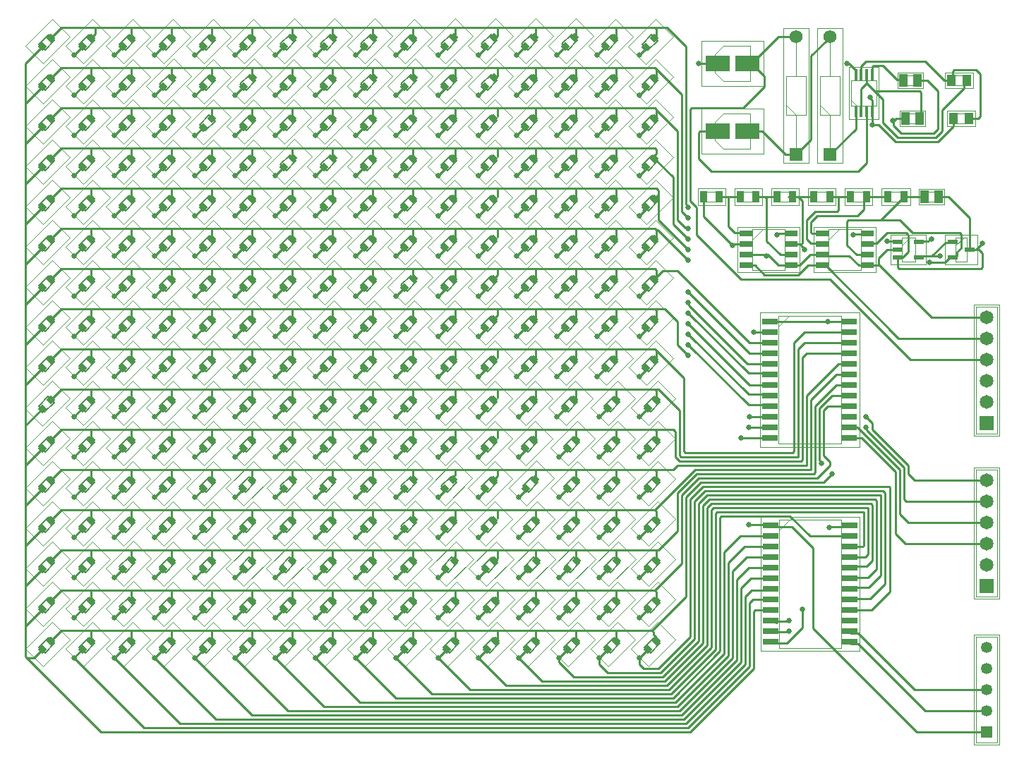
<source format=gtl>
G04*
G04 #@! TF.GenerationSoftware,Altium Limited,Altium Designer,21.1.1 (26)*
G04*
G04 Layer_Physical_Order=1*
G04 Layer_Color=255*
%FSLAX24Y24*%
%MOIN*%
G70*
G04*
G04 #@! TF.SameCoordinates,700B35B8-587A-4263-8D9C-AFCFB88697EE*
G04*
G04*
G04 #@! TF.FilePolarity,Positive*
G04*
G01*
G75*
%ADD10C,0.0039*%
%ADD11C,0.0079*%
%ADD12C,0.0100*%
%ADD13C,0.0020*%
%ADD14R,0.0768X0.0256*%
%ADD15P,0.0445X4X360.0*%
%ADD16R,0.0177X0.0551*%
%ADD17R,0.1142X0.0728*%
%ADD18R,0.0413X0.0551*%
%ADD19R,0.0433X0.0618*%
%ADD20R,0.0492X0.0236*%
%ADD21R,0.0354X0.0571*%
%ADD22R,0.0374X0.0571*%
%ADD23R,0.0472X0.0236*%
%ADD24R,0.0600X0.0276*%
%ADD43R,0.0650X0.0650*%
%ADD44C,0.0650*%
%ADD45R,0.0531X0.0531*%
%ADD46C,0.0531*%
%ADD47R,0.0620X0.0620*%
%ADD48C,0.0620*%
%ADD49C,0.0250*%
D10*
X46600Y7400D02*
X47600D01*
X46600D02*
Y13400D01*
X47600D01*
Y7400D02*
Y13400D01*
X46600Y500D02*
X47600D01*
X46600D02*
Y5500D01*
X47600D01*
Y500D02*
Y5500D01*
X46600Y15100D02*
X47600D01*
X46600D02*
Y21100D01*
X47600D01*
Y15100D02*
Y21100D01*
X37263Y20682D02*
X40216D01*
Y14619D02*
Y20682D01*
X37263Y14619D02*
X40216D01*
X37263D02*
Y20682D01*
Y20182D02*
X37763Y20682D01*
X40709Y30609D02*
Y31791D01*
X41891D01*
Y30609D02*
Y31791D01*
X40709Y30609D02*
X41891D01*
X40709Y30865D02*
X40965Y30609D01*
X34677Y30246D02*
X35946D01*
X34254Y29823D02*
X34677Y30246D01*
X34254Y28977D02*
Y29823D01*
Y28977D02*
X34677Y28554D01*
X35946D01*
Y30246D01*
X37637Y30160D02*
Y31991D01*
X38563D01*
Y30160D02*
Y31991D01*
X37637Y30160D02*
X38563D01*
X37637Y30623D02*
X38100Y30160D01*
Y28300D02*
Y30160D01*
Y31991D02*
Y33851D01*
X45506Y30246D02*
X46294D01*
Y29754D02*
Y30246D01*
X45506Y29754D02*
X46294D01*
X45506D02*
Y30246D01*
X43106Y32046D02*
X43894D01*
Y31554D02*
Y32046D01*
X43106Y31554D02*
X43894D01*
X43106D02*
Y32046D01*
X39237Y30160D02*
Y31991D01*
X40163D01*
Y30160D02*
Y31991D01*
X39237Y30160D02*
X40163D01*
X39237Y30623D02*
X39700Y30160D01*
Y28300D02*
Y30160D01*
Y31991D02*
Y33851D01*
X34677Y33446D02*
X35946D01*
X34254Y33023D02*
X34677Y33446D01*
X34254Y32177D02*
Y33023D01*
Y32177D02*
X34677Y31754D01*
X35946D01*
Y33446D01*
X45406Y32046D02*
X46194D01*
Y31554D02*
Y32046D01*
X45406Y31554D02*
X46194D01*
X45406D02*
Y32046D01*
X43206Y30246D02*
X43994D01*
Y29754D02*
Y30246D01*
X43206Y29754D02*
X43994D01*
X43206D02*
Y30246D01*
X45644Y24375D02*
X46156D01*
Y23225D02*
Y24375D01*
X45644Y23225D02*
X46156D01*
X45644D02*
Y24375D01*
Y23999D02*
X46020Y24375D01*
X44106Y26546D02*
X44894D01*
Y26054D02*
Y26546D01*
X44106Y26054D02*
X44894D01*
X44106D02*
Y26546D01*
X40650D02*
X41438D01*
Y26054D02*
Y26546D01*
X40650Y26054D02*
X41438D01*
X40650D02*
Y26546D01*
X38914D02*
X39702D01*
Y26054D02*
Y26546D01*
X38914Y26054D02*
X39702D01*
X38914D02*
Y26546D01*
X37178D02*
X37966D01*
Y26054D02*
Y26546D01*
X37178Y26054D02*
X37966D01*
X37178D02*
Y26546D01*
X35442D02*
X36230D01*
Y26054D02*
Y26546D01*
X35442Y26054D02*
X36230D01*
X35442D02*
Y26546D01*
X33706D02*
X34494D01*
Y26054D02*
Y26546D01*
X33706Y26054D02*
X34494D01*
X33706D02*
Y26546D01*
X42406D02*
X43213D01*
Y26054D02*
Y26546D01*
X42406Y26054D02*
X43213D01*
X42406D02*
Y26546D01*
X43085Y24371D02*
X43715D01*
Y23229D02*
Y24371D01*
X43085Y23229D02*
X43715D01*
X43085D02*
Y24371D01*
Y23997D02*
X43459Y24371D01*
X39632Y24765D02*
X41168D01*
Y22835D02*
Y24765D01*
X39632Y22835D02*
X41168D01*
X39632D02*
Y24765D01*
Y24265D02*
X40132Y24765D01*
X36032D02*
X37568D01*
Y22835D02*
Y24765D01*
X36032Y22835D02*
X37568D01*
X36032D02*
Y24765D01*
Y24265D02*
X36532Y24765D01*
X37284Y11032D02*
X40237D01*
Y4969D02*
Y11032D01*
X37284Y4969D02*
X40237D01*
X37284D02*
Y11032D01*
Y10532D02*
X37784Y11032D01*
X4878Y6214D02*
X5714Y5378D01*
X3584Y4919D02*
X4878Y6214D01*
X3584Y4919D02*
X4419Y4084D01*
X5714Y5378D01*
X14378Y6214D02*
X15214Y5378D01*
X13084Y4919D02*
X14378Y6214D01*
X13084Y4919D02*
X13919Y4084D01*
X15214Y5378D01*
X2519Y30684D02*
X3814Y31978D01*
X1684Y31519D02*
X2519Y30684D01*
X1684Y31519D02*
X2978Y32814D01*
X3814Y31978D01*
X4419Y30684D02*
X5714Y31978D01*
X3584Y31519D02*
X4419Y30684D01*
X3584Y31519D02*
X4878Y32814D01*
X5714Y31978D01*
X31019Y30684D02*
X32314Y31978D01*
X30184Y31519D02*
X31019Y30684D01*
X30184Y31519D02*
X31478Y32814D01*
X32314Y31978D01*
X25319Y30684D02*
X26614Y31978D01*
X24484Y31519D02*
X25319Y30684D01*
X24484Y31519D02*
X25778Y32814D01*
X26614Y31978D01*
X29119Y30684D02*
X30414Y31978D01*
X28284Y31519D02*
X29119Y30684D01*
X28284Y31519D02*
X29578Y32814D01*
X30414Y31978D01*
X27219Y30684D02*
X28514Y31978D01*
X26384Y31519D02*
X27219Y30684D01*
X26384Y31519D02*
X27678Y32814D01*
X28514Y31978D01*
X19628Y30693D02*
X20922Y31987D01*
X18793Y31528D02*
X19628Y30693D01*
X18793Y31528D02*
X20087Y32822D01*
X20922Y31987D01*
X13919Y30684D02*
X15214Y31978D01*
X13084Y31519D02*
X13919Y30684D01*
X13084Y31519D02*
X14378Y32814D01*
X15214Y31978D01*
X15819Y30684D02*
X17114Y31978D01*
X14984Y31519D02*
X15819Y30684D01*
X14984Y31519D02*
X16278Y32814D01*
X17114Y31978D01*
X21519Y30684D02*
X22814Y31978D01*
X20684Y31519D02*
X21519Y30684D01*
X20684Y31519D02*
X21978Y32814D01*
X22814Y31978D01*
X23428Y30693D02*
X24722Y31987D01*
X22593Y31528D02*
X23428Y30693D01*
X22593Y31528D02*
X23887Y32822D01*
X24722Y31987D01*
X17728Y30693D02*
X19022Y31987D01*
X16893Y31528D02*
X17728Y30693D01*
X16893Y31528D02*
X18187Y32822D01*
X19022Y31987D01*
X10119Y30684D02*
X11414Y31978D01*
X9284Y31519D02*
X10119Y30684D01*
X9284Y31519D02*
X10578Y32814D01*
X11414Y31978D01*
X12028Y30693D02*
X13322Y31987D01*
X11193Y31528D02*
X12028Y30693D01*
X11193Y31528D02*
X12487Y32822D01*
X13322Y31987D01*
X8228Y30693D02*
X9522Y31987D01*
X7393Y31528D02*
X8228Y30693D01*
X7393Y31528D02*
X8687Y32822D01*
X9522Y31987D01*
X6319Y30684D02*
X7614Y31978D01*
X5484Y31519D02*
X6319Y30684D01*
X5484Y31519D02*
X6778Y32814D01*
X7614Y31978D01*
X23519Y4084D02*
X24814Y5378D01*
X22684Y4919D02*
X23519Y4084D01*
X22684Y4919D02*
X23978Y6214D01*
X24814Y5378D01*
X6319Y4084D02*
X7614Y5378D01*
X5484Y4919D02*
X6319Y4084D01*
X5484Y4919D02*
X6778Y6214D01*
X7614Y5378D01*
X21619Y4084D02*
X22914Y5378D01*
X20784Y4919D02*
X21619Y4084D01*
X20784Y4919D02*
X22078Y6214D01*
X22914Y5378D01*
X27319Y4084D02*
X28614Y5378D01*
X26484Y4919D02*
X27319Y4084D01*
X26484Y4919D02*
X27778Y6214D01*
X28614Y5378D01*
X25419Y4084D02*
X26714Y5378D01*
X24584Y4919D02*
X25419Y4084D01*
X24584Y4919D02*
X25878Y6214D01*
X26714Y5378D01*
X19619Y4084D02*
X20914Y5378D01*
X18784Y4919D02*
X19619Y4084D01*
X18784Y4919D02*
X20078Y6214D01*
X20914Y5378D01*
X10119Y4084D02*
X11414Y5378D01*
X9284Y4919D02*
X10119Y4084D01*
X9284Y4919D02*
X10578Y6214D01*
X11414Y5378D01*
X12019Y4084D02*
X13314Y5378D01*
X11184Y4919D02*
X12019Y4084D01*
X11184Y4919D02*
X12478Y6214D01*
X13314Y5378D01*
X17719Y4084D02*
X19014Y5378D01*
X16884Y4919D02*
X17719Y4084D01*
X16884Y4919D02*
X18178Y6214D01*
X19014Y5378D01*
X8219Y4084D02*
X9514Y5378D01*
X7384Y4919D02*
X8219Y4084D01*
X7384Y4919D02*
X8678Y6214D01*
X9514Y5378D01*
X15819Y4084D02*
X17114Y5378D01*
X14984Y4919D02*
X15819Y4084D01*
X14984Y4919D02*
X16278Y6214D01*
X17114Y5378D01*
X2519Y4084D02*
X3814Y5378D01*
X1684Y4919D02*
X2519Y4084D01*
X1684Y4919D02*
X2978Y6214D01*
X3814Y5378D01*
X31119Y4084D02*
X32414Y5378D01*
X30284Y4919D02*
X31119Y4084D01*
X30284Y4919D02*
X31578Y6214D01*
X32414Y5378D01*
X29219Y4084D02*
X30514Y5378D01*
X28384Y4919D02*
X29219Y4084D01*
X28384Y4919D02*
X29678Y6214D01*
X30514Y5378D01*
X19619Y5984D02*
X20914Y7278D01*
X18784Y6819D02*
X19619Y5984D01*
X18784Y6819D02*
X20078Y8114D01*
X20914Y7278D01*
X31119Y5984D02*
X32414Y7278D01*
X30284Y6819D02*
X31119Y5984D01*
X30284Y6819D02*
X31578Y8114D01*
X32414Y7278D01*
X21619Y5984D02*
X22914Y7278D01*
X20784Y6819D02*
X21619Y5984D01*
X20784Y6819D02*
X22078Y8114D01*
X22914Y7278D01*
X23519Y5984D02*
X24814Y7278D01*
X22684Y6819D02*
X23519Y5984D01*
X22684Y6819D02*
X23978Y8114D01*
X24814Y7278D01*
X6328Y5993D02*
X7622Y7287D01*
X5493Y6828D02*
X6328Y5993D01*
X5493Y6828D02*
X6787Y8122D01*
X7622Y7287D01*
X17719Y5984D02*
X19014Y7278D01*
X16884Y6819D02*
X17719Y5984D01*
X16884Y6819D02*
X18178Y8114D01*
X19014Y7278D01*
X13919Y5984D02*
X15214Y7278D01*
X13084Y6819D02*
X13919Y5984D01*
X13084Y6819D02*
X14378Y8114D01*
X15214Y7278D01*
X10119Y5984D02*
X11414Y7278D01*
X9284Y6819D02*
X10119Y5984D01*
X9284Y6819D02*
X10578Y8114D01*
X11414Y7278D01*
X12019Y5984D02*
X13314Y7278D01*
X11184Y6819D02*
X12019Y5984D01*
X11184Y6819D02*
X12478Y8114D01*
X13314Y7278D01*
X8219Y5984D02*
X9514Y7278D01*
X7384Y6819D02*
X8219Y5984D01*
X7384Y6819D02*
X8678Y8114D01*
X9514Y7278D01*
X2519Y5984D02*
X3814Y7278D01*
X1684Y6819D02*
X2519Y5984D01*
X1684Y6819D02*
X2978Y8114D01*
X3814Y7278D01*
X15819Y5984D02*
X17114Y7278D01*
X14984Y6819D02*
X15819Y5984D01*
X14984Y6819D02*
X16278Y8114D01*
X17114Y7278D01*
X25419Y5984D02*
X26714Y7278D01*
X24584Y6819D02*
X25419Y5984D01*
X24584Y6819D02*
X25878Y8114D01*
X26714Y7278D01*
X27319Y5984D02*
X28614Y7278D01*
X26484Y6819D02*
X27319Y5984D01*
X26484Y6819D02*
X27778Y8114D01*
X28614Y7278D01*
X4419Y5984D02*
X5714Y7278D01*
X3584Y6819D02*
X4419Y5984D01*
X3584Y6819D02*
X4878Y8114D01*
X5714Y7278D01*
X29219Y5984D02*
X30514Y7278D01*
X28384Y6819D02*
X29219Y5984D01*
X28384Y6819D02*
X29678Y8114D01*
X30514Y7278D01*
X17719Y7884D02*
X19014Y9178D01*
X16884Y8719D02*
X17719Y7884D01*
X16884Y8719D02*
X18178Y10014D01*
X19014Y9178D01*
X19619Y7884D02*
X20914Y9178D01*
X18784Y8719D02*
X19619Y7884D01*
X18784Y8719D02*
X20078Y10014D01*
X20914Y9178D01*
X8219Y7884D02*
X9514Y9178D01*
X7384Y8719D02*
X8219Y7884D01*
X7384Y8719D02*
X8678Y10014D01*
X9514Y9178D01*
X2519Y7884D02*
X3814Y9178D01*
X1684Y8719D02*
X2519Y7884D01*
X1684Y8719D02*
X2978Y10014D01*
X3814Y9178D01*
X10119Y7884D02*
X11414Y9178D01*
X9284Y8719D02*
X10119Y7884D01*
X9284Y8719D02*
X10578Y10014D01*
X11414Y9178D01*
X29228Y7884D02*
X30523Y9178D01*
X28393Y8719D02*
X29228Y7884D01*
X28393Y8719D02*
X29687Y10014D01*
X30523Y9178D01*
X12010Y7884D02*
X13304Y9178D01*
X11175Y8719D02*
X12010Y7884D01*
X11175Y8719D02*
X12469Y10014D01*
X13304Y9178D01*
X13901Y7884D02*
X15195Y9178D01*
X13066Y8719D02*
X13901Y7884D01*
X13066Y8719D02*
X14360Y10014D01*
X15195Y9178D01*
X4419Y7884D02*
X5714Y9178D01*
X3584Y8719D02*
X4419Y7884D01*
X3584Y8719D02*
X4878Y10014D01*
X5714Y9178D01*
X15819Y7884D02*
X17114Y9178D01*
X14984Y8719D02*
X15819Y7884D01*
X14984Y8719D02*
X16278Y10014D01*
X17114Y9178D01*
X27337Y7884D02*
X28632Y9178D01*
X26502Y8719D02*
X27337Y7884D01*
X26502Y8719D02*
X27797Y10014D01*
X28632Y9178D01*
X25446Y7884D02*
X26741Y9178D01*
X24611Y8719D02*
X25446Y7884D01*
X24611Y8719D02*
X25906Y10014D01*
X26741Y9178D01*
X31119Y7884D02*
X32414Y9178D01*
X30284Y8719D02*
X31119Y7884D01*
X30284Y8719D02*
X31578Y10014D01*
X32414Y9178D01*
X21565Y7884D02*
X22859Y9178D01*
X20729Y8719D02*
X21565Y7884D01*
X20729Y8719D02*
X22024Y10014D01*
X22859Y9178D01*
X6328Y7893D02*
X7622Y9187D01*
X5493Y8728D02*
X6328Y7893D01*
X5493Y8728D02*
X6787Y10022D01*
X7622Y9187D01*
X23455Y7884D02*
X24750Y9178D01*
X22620Y8719D02*
X23455Y7884D01*
X22620Y8719D02*
X23915Y10014D01*
X24750Y9178D01*
X2519Y9784D02*
X3814Y11078D01*
X1684Y10619D02*
X2519Y9784D01*
X1684Y10619D02*
X2978Y11914D01*
X3814Y11078D01*
X29219Y9784D02*
X30514Y11078D01*
X28384Y10619D02*
X29219Y9784D01*
X28384Y10619D02*
X29678Y11914D01*
X30514Y11078D01*
X10119Y9784D02*
X11414Y11078D01*
X9284Y10619D02*
X10119Y9784D01*
X9284Y10619D02*
X10578Y11914D01*
X11414Y11078D01*
X6319Y9784D02*
X7614Y11078D01*
X5484Y10619D02*
X6319Y9784D01*
X5484Y10619D02*
X6778Y11914D01*
X7614Y11078D01*
X25419Y9784D02*
X26714Y11078D01*
X24584Y10619D02*
X25419Y9784D01*
X24584Y10619D02*
X25878Y11914D01*
X26714Y11078D01*
X15819Y9784D02*
X17114Y11078D01*
X14984Y10619D02*
X15819Y9784D01*
X14984Y10619D02*
X16278Y11914D01*
X17114Y11078D01*
X13919Y9784D02*
X15214Y11078D01*
X13084Y10619D02*
X13919Y9784D01*
X13084Y10619D02*
X14378Y11914D01*
X15214Y11078D01*
X23419Y9784D02*
X24714Y11078D01*
X22584Y10619D02*
X23419Y9784D01*
X22584Y10619D02*
X23878Y11914D01*
X24714Y11078D01*
X12019Y9784D02*
X13314Y11078D01*
X11184Y10619D02*
X12019Y9784D01*
X11184Y10619D02*
X12478Y11914D01*
X13314Y11078D01*
X31119Y9784D02*
X32414Y11078D01*
X30284Y10619D02*
X31119Y9784D01*
X30284Y10619D02*
X31578Y11914D01*
X32414Y11078D01*
X19628Y9793D02*
X20922Y11087D01*
X18793Y10628D02*
X19628Y9793D01*
X18793Y10628D02*
X20087Y11922D01*
X20922Y11087D01*
X8219Y9784D02*
X9514Y11078D01*
X7384Y10619D02*
X8219Y9784D01*
X7384Y10619D02*
X8678Y11914D01*
X9514Y11078D01*
X17719Y9784D02*
X19014Y11078D01*
X16884Y10619D02*
X17719Y9784D01*
X16884Y10619D02*
X18178Y11914D01*
X19014Y11078D01*
X4419Y9784D02*
X5714Y11078D01*
X3584Y10619D02*
X4419Y9784D01*
X3584Y10619D02*
X4878Y11914D01*
X5714Y11078D01*
X27319Y9784D02*
X28614Y11078D01*
X26484Y10619D02*
X27319Y9784D01*
X26484Y10619D02*
X27778Y11914D01*
X28614Y11078D01*
X21519Y9784D02*
X22814Y11078D01*
X20684Y10619D02*
X21519Y9784D01*
X20684Y10619D02*
X21978Y11914D01*
X22814Y11078D01*
X25364Y11693D02*
X26659Y12987D01*
X24529Y12528D02*
X25364Y11693D01*
X24529Y12528D02*
X25824Y13822D01*
X26659Y12987D01*
X29219Y11684D02*
X30514Y12978D01*
X28384Y12519D02*
X29219Y11684D01*
X28384Y12519D02*
X29678Y13814D01*
X30514Y12978D01*
X11992Y11684D02*
X13286Y12978D01*
X11157Y12519D02*
X11992Y11684D01*
X11157Y12519D02*
X12451Y13814D01*
X13286Y12978D01*
X27319Y11684D02*
X28614Y12978D01*
X26484Y12519D02*
X27319Y11684D01*
X26484Y12519D02*
X27778Y13814D01*
X28614Y12978D01*
X17719Y11684D02*
X19014Y12978D01*
X16884Y12519D02*
X17719Y11684D01*
X16884Y12519D02*
X18178Y13814D01*
X19014Y12978D01*
X21519Y11693D02*
X22813Y12987D01*
X20684Y12528D02*
X21519Y11693D01*
X20684Y12528D02*
X21978Y13822D01*
X22813Y12987D01*
X19628Y11693D02*
X20922Y12987D01*
X18793Y12528D02*
X19628Y11693D01*
X18793Y12528D02*
X20087Y13822D01*
X20922Y12987D01*
X23419Y11684D02*
X24714Y12978D01*
X22584Y12519D02*
X23419Y11684D01*
X22584Y12519D02*
X23878Y13814D01*
X24714Y12978D01*
X13928Y11693D02*
X15222Y12987D01*
X13093Y12528D02*
X13928Y11693D01*
X13093Y12528D02*
X14387Y13822D01*
X15222Y12987D01*
X31119Y11684D02*
X32414Y12978D01*
X30284Y12519D02*
X31119Y11684D01*
X30284Y12519D02*
X31578Y13814D01*
X32414Y12978D01*
X15801Y11693D02*
X17095Y12987D01*
X14965Y12528D02*
X15801Y11693D01*
X14965Y12528D02*
X16260Y13822D01*
X17095Y12987D01*
X6319Y11684D02*
X7614Y12978D01*
X5484Y12519D02*
X6319Y11684D01*
X5484Y12519D02*
X6778Y13814D01*
X7614Y12978D01*
X2519Y11684D02*
X3814Y12978D01*
X1684Y12519D02*
X2519Y11684D01*
X1684Y12519D02*
X2978Y13814D01*
X3814Y12978D01*
X10119Y11684D02*
X11414Y12978D01*
X9284Y12519D02*
X10119Y11684D01*
X9284Y12519D02*
X10578Y13814D01*
X11414Y12978D01*
X4419Y11684D02*
X5714Y12978D01*
X3584Y12519D02*
X4419Y11684D01*
X3584Y12519D02*
X4878Y13814D01*
X5714Y12978D01*
X8219Y11684D02*
X9514Y12978D01*
X7384Y12519D02*
X8219Y11684D01*
X7384Y12519D02*
X8678Y13814D01*
X9514Y12978D01*
X10119Y13584D02*
X11414Y14878D01*
X9284Y14419D02*
X10119Y13584D01*
X9284Y14419D02*
X10578Y15714D01*
X11414Y14878D01*
X12019Y13584D02*
X13314Y14878D01*
X11184Y14419D02*
X12019Y13584D01*
X11184Y14419D02*
X12478Y15714D01*
X13314Y14878D01*
X29219Y13584D02*
X30514Y14878D01*
X28384Y14419D02*
X29219Y13584D01*
X28384Y14419D02*
X29678Y15714D01*
X30514Y14878D01*
X21519Y13584D02*
X22814Y14878D01*
X20684Y14419D02*
X21519Y13584D01*
X20684Y14419D02*
X21978Y15714D01*
X22814Y14878D01*
X8219Y13584D02*
X9514Y14878D01*
X7384Y14419D02*
X8219Y13584D01*
X7384Y14419D02*
X8678Y15714D01*
X9514Y14878D01*
X27319Y13584D02*
X28614Y14878D01*
X26484Y14419D02*
X27319Y13584D01*
X26484Y14419D02*
X27778Y15714D01*
X28614Y14878D01*
X4419Y13584D02*
X5714Y14878D01*
X3584Y14419D02*
X4419Y13584D01*
X3584Y14419D02*
X4878Y15714D01*
X5714Y14878D01*
X2519Y13584D02*
X3814Y14878D01*
X1684Y14419D02*
X2519Y13584D01*
X1684Y14419D02*
X2978Y15714D01*
X3814Y14878D01*
X23419Y13584D02*
X24714Y14878D01*
X22584Y14419D02*
X23419Y13584D01*
X22584Y14419D02*
X23878Y15714D01*
X24714Y14878D01*
X19619Y13584D02*
X20914Y14878D01*
X18784Y14419D02*
X19619Y13584D01*
X18784Y14419D02*
X20078Y15714D01*
X20914Y14878D01*
X31119Y13584D02*
X32414Y14878D01*
X30284Y14419D02*
X31119Y13584D01*
X30284Y14419D02*
X31578Y15714D01*
X32414Y14878D01*
X25319Y13584D02*
X26614Y14878D01*
X24484Y14419D02*
X25319Y13584D01*
X24484Y14419D02*
X25778Y15714D01*
X26614Y14878D01*
X13919Y13584D02*
X15214Y14878D01*
X13084Y14419D02*
X13919Y13584D01*
X13084Y14419D02*
X14378Y15714D01*
X15214Y14878D01*
X6319Y13584D02*
X7614Y14878D01*
X5484Y14419D02*
X6319Y13584D01*
X5484Y14419D02*
X6778Y15714D01*
X7614Y14878D01*
X17719Y13584D02*
X19014Y14878D01*
X16884Y14419D02*
X17719Y13584D01*
X16884Y14419D02*
X18178Y15714D01*
X19014Y14878D01*
X23419Y15484D02*
X24714Y16778D01*
X22584Y16319D02*
X23419Y15484D01*
X22584Y16319D02*
X23878Y17614D01*
X24714Y16778D01*
X25319Y15484D02*
X26614Y16778D01*
X24484Y16319D02*
X25319Y15484D01*
X24484Y16319D02*
X25778Y17614D01*
X26614Y16778D01*
X13919Y15484D02*
X15214Y16778D01*
X13084Y16319D02*
X13919Y15484D01*
X13084Y16319D02*
X14378Y17614D01*
X15214Y16778D01*
X31119Y15484D02*
X32414Y16778D01*
X30284Y16319D02*
X31119Y15484D01*
X30284Y16319D02*
X31578Y17614D01*
X32414Y16778D01*
X27219Y15484D02*
X28514Y16778D01*
X26384Y16319D02*
X27219Y15484D01*
X26384Y16319D02*
X27678Y17614D01*
X28514Y16778D01*
X4419Y15484D02*
X5714Y16778D01*
X3584Y16319D02*
X4419Y15484D01*
X3584Y16319D02*
X4878Y17614D01*
X5714Y16778D01*
X21519Y15484D02*
X22814Y16778D01*
X20684Y16319D02*
X21519Y15484D01*
X20684Y16319D02*
X21978Y17614D01*
X22814Y16778D01*
X15819Y15484D02*
X17114Y16778D01*
X14984Y16319D02*
X15819Y15484D01*
X14984Y16319D02*
X16278Y17614D01*
X17114Y16778D01*
X10119Y15484D02*
X11414Y16778D01*
X9284Y16319D02*
X10119Y15484D01*
X9284Y16319D02*
X10578Y17614D01*
X11414Y16778D01*
X6319Y15484D02*
X7614Y16778D01*
X5484Y16319D02*
X6319Y15484D01*
X5484Y16319D02*
X6778Y17614D01*
X7614Y16778D01*
X12019Y15484D02*
X13314Y16778D01*
X11184Y16319D02*
X12019Y15484D01*
X11184Y16319D02*
X12478Y17614D01*
X13314Y16778D01*
X2510Y15475D02*
X3805Y16770D01*
X1675Y16310D02*
X2510Y15475D01*
X1675Y16310D02*
X2970Y17605D01*
X3805Y16770D01*
X19619Y15484D02*
X20914Y16778D01*
X18784Y16319D02*
X19619Y15484D01*
X18784Y16319D02*
X20078Y17614D01*
X20914Y16778D01*
X8219Y15484D02*
X9514Y16778D01*
X7384Y16319D02*
X8219Y15484D01*
X7384Y16319D02*
X8678Y17614D01*
X9514Y16778D01*
X29219Y15484D02*
X30514Y16778D01*
X28384Y16319D02*
X29219Y15484D01*
X28384Y16319D02*
X29678Y17614D01*
X30514Y16778D01*
X17719Y15484D02*
X19014Y16778D01*
X16884Y16319D02*
X17719Y15484D01*
X16884Y16319D02*
X18178Y17614D01*
X19014Y16778D01*
X25319Y17384D02*
X26614Y18678D01*
X24484Y18219D02*
X25319Y17384D01*
X24484Y18219D02*
X25778Y19514D01*
X26614Y18678D01*
X21519Y17384D02*
X22814Y18678D01*
X20684Y18219D02*
X21519Y17384D01*
X20684Y18219D02*
X21978Y19514D01*
X22814Y18678D01*
X6319Y17384D02*
X7614Y18678D01*
X5484Y18219D02*
X6319Y17384D01*
X5484Y18219D02*
X6778Y19514D01*
X7614Y18678D01*
X19619Y17384D02*
X20914Y18678D01*
X18784Y18219D02*
X19619Y17384D01*
X18784Y18219D02*
X20078Y19514D01*
X20914Y18678D01*
X8219Y17384D02*
X9514Y18678D01*
X7384Y18219D02*
X8219Y17384D01*
X7384Y18219D02*
X8678Y19514D01*
X9514Y18678D01*
X23419Y17384D02*
X24714Y18678D01*
X22584Y18219D02*
X23419Y17384D01*
X22584Y18219D02*
X23878Y19514D01*
X24714Y18678D01*
X17719Y17384D02*
X19014Y18678D01*
X16884Y18219D02*
X17719Y17384D01*
X16884Y18219D02*
X18178Y19514D01*
X19014Y18678D01*
X12019Y17384D02*
X13314Y18678D01*
X11184Y18219D02*
X12019Y17384D01*
X11184Y18219D02*
X12478Y19514D01*
X13314Y18678D01*
X10119Y17384D02*
X11414Y18678D01*
X9284Y18219D02*
X10119Y17384D01*
X9284Y18219D02*
X10578Y19514D01*
X11414Y18678D01*
X27219Y17384D02*
X28514Y18678D01*
X26384Y18219D02*
X27219Y17384D01*
X26384Y18219D02*
X27678Y19514D01*
X28514Y18678D01*
X29119Y17384D02*
X30414Y18678D01*
X28284Y18219D02*
X29119Y17384D01*
X28284Y18219D02*
X29578Y19514D01*
X30414Y18678D01*
X13919Y17384D02*
X15214Y18678D01*
X13084Y18219D02*
X13919Y17384D01*
X13084Y18219D02*
X14378Y19514D01*
X15214Y18678D01*
X2519Y17384D02*
X3814Y18678D01*
X1684Y18219D02*
X2519Y17384D01*
X1684Y18219D02*
X2978Y19514D01*
X3814Y18678D01*
X15819Y17384D02*
X17114Y18678D01*
X14984Y18219D02*
X15819Y17384D01*
X14984Y18219D02*
X16278Y19514D01*
X17114Y18678D01*
X31019Y17384D02*
X32314Y18678D01*
X30184Y18219D02*
X31019Y17384D01*
X30184Y18219D02*
X31478Y19514D01*
X32314Y18678D01*
X4419Y17384D02*
X5714Y18678D01*
X3584Y18219D02*
X4419Y17384D01*
X3584Y18219D02*
X4878Y19514D01*
X5714Y18678D01*
X19619Y19284D02*
X20914Y20578D01*
X18784Y20119D02*
X19619Y19284D01*
X18784Y20119D02*
X20078Y21414D01*
X20914Y20578D01*
X2519Y19284D02*
X3814Y20578D01*
X1684Y20119D02*
X2519Y19284D01*
X1684Y20119D02*
X2978Y21414D01*
X3814Y20578D01*
X21519Y19284D02*
X22814Y20578D01*
X20684Y20119D02*
X21519Y19284D01*
X20684Y20119D02*
X21978Y21414D01*
X22814Y20578D01*
X10119Y19284D02*
X11414Y20578D01*
X9284Y20119D02*
X10119Y19284D01*
X9284Y20119D02*
X10578Y21414D01*
X11414Y20578D01*
X6319Y19284D02*
X7614Y20578D01*
X5484Y20119D02*
X6319Y19284D01*
X5484Y20119D02*
X6778Y21414D01*
X7614Y20578D01*
X12019Y19284D02*
X13314Y20578D01*
X11184Y20119D02*
X12019Y19284D01*
X11184Y20119D02*
X12478Y21414D01*
X13314Y20578D01*
X31019Y19284D02*
X32314Y20578D01*
X30184Y20119D02*
X31019Y19284D01*
X30184Y20119D02*
X31478Y21414D01*
X32314Y20578D01*
X17719Y19284D02*
X19014Y20578D01*
X16884Y20119D02*
X17719Y19284D01*
X16884Y20119D02*
X18178Y21414D01*
X19014Y20578D01*
X27219Y19284D02*
X28514Y20578D01*
X26384Y20119D02*
X27219Y19284D01*
X26384Y20119D02*
X27678Y21414D01*
X28514Y20578D01*
X23419Y19284D02*
X24714Y20578D01*
X22584Y20119D02*
X23419Y19284D01*
X22584Y20119D02*
X23878Y21414D01*
X24714Y20578D01*
X4419Y19284D02*
X5714Y20578D01*
X3584Y20119D02*
X4419Y19284D01*
X3584Y20119D02*
X4878Y21414D01*
X5714Y20578D01*
X8219Y19284D02*
X9514Y20578D01*
X7384Y20119D02*
X8219Y19284D01*
X7384Y20119D02*
X8678Y21414D01*
X9514Y20578D01*
X25319Y19284D02*
X26614Y20578D01*
X24484Y20119D02*
X25319Y19284D01*
X24484Y20119D02*
X25778Y21414D01*
X26614Y20578D01*
X13919Y19284D02*
X15214Y20578D01*
X13084Y20119D02*
X13919Y19284D01*
X13084Y20119D02*
X14378Y21414D01*
X15214Y20578D01*
X29119Y19284D02*
X30414Y20578D01*
X28284Y20119D02*
X29119Y19284D01*
X28284Y20119D02*
X29578Y21414D01*
X30414Y20578D01*
X15819Y19284D02*
X17114Y20578D01*
X14984Y20119D02*
X15819Y19284D01*
X14984Y20119D02*
X16278Y21414D01*
X17114Y20578D01*
X25319Y21184D02*
X26614Y22478D01*
X24484Y22019D02*
X25319Y21184D01*
X24484Y22019D02*
X25778Y23314D01*
X26614Y22478D01*
X4419Y21184D02*
X5714Y22478D01*
X3584Y22019D02*
X4419Y21184D01*
X3584Y22019D02*
X4878Y23314D01*
X5714Y22478D01*
X31019Y21184D02*
X32314Y22478D01*
X30184Y22019D02*
X31019Y21184D01*
X30184Y22019D02*
X31478Y23314D01*
X32314Y22478D01*
X27219Y21184D02*
X28514Y22478D01*
X26384Y22019D02*
X27219Y21184D01*
X26384Y22019D02*
X27678Y23314D01*
X28514Y22478D01*
X23419Y21184D02*
X24714Y22478D01*
X22584Y22019D02*
X23419Y21184D01*
X22584Y22019D02*
X23878Y23314D01*
X24714Y22478D01*
X29119Y21184D02*
X30414Y22478D01*
X28284Y22019D02*
X29119Y21184D01*
X28284Y22019D02*
X29578Y23314D01*
X30414Y22478D01*
X6319Y21184D02*
X7614Y22478D01*
X5484Y22019D02*
X6319Y21184D01*
X5484Y22019D02*
X6778Y23314D01*
X7614Y22478D01*
X21519Y21184D02*
X22814Y22478D01*
X20684Y22019D02*
X21519Y21184D01*
X20684Y22019D02*
X21978Y23314D01*
X22814Y22478D01*
X2519Y21184D02*
X3814Y22478D01*
X1684Y22019D02*
X2519Y21184D01*
X1684Y22019D02*
X2978Y23314D01*
X3814Y22478D01*
X13919Y21184D02*
X15214Y22478D01*
X13084Y22019D02*
X13919Y21184D01*
X13084Y22019D02*
X14378Y23314D01*
X15214Y22478D01*
X10119Y21184D02*
X11414Y22478D01*
X9284Y22019D02*
X10119Y21184D01*
X9284Y22019D02*
X10578Y23314D01*
X11414Y22478D01*
X15819Y21184D02*
X17114Y22478D01*
X14984Y22019D02*
X15819Y21184D01*
X14984Y22019D02*
X16278Y23314D01*
X17114Y22478D01*
X17719Y21184D02*
X19014Y22478D01*
X16884Y22019D02*
X17719Y21184D01*
X16884Y22019D02*
X18178Y23314D01*
X19014Y22478D01*
X8219Y21184D02*
X9514Y22478D01*
X7384Y22019D02*
X8219Y21184D01*
X7384Y22019D02*
X8678Y23314D01*
X9514Y22478D01*
X19628Y21193D02*
X20922Y22487D01*
X18793Y22028D02*
X19628Y21193D01*
X18793Y22028D02*
X20087Y23322D01*
X20922Y22487D01*
X12019Y21184D02*
X13314Y22478D01*
X11184Y22019D02*
X12019Y21184D01*
X11184Y22019D02*
X12478Y23314D01*
X13314Y22478D01*
X4419Y23084D02*
X5714Y24378D01*
X3584Y23919D02*
X4419Y23084D01*
X3584Y23919D02*
X4878Y25214D01*
X5714Y24378D01*
X15819Y23084D02*
X17114Y24378D01*
X14984Y23919D02*
X15819Y23084D01*
X14984Y23919D02*
X16278Y25214D01*
X17114Y24378D01*
X23419Y23084D02*
X24714Y24378D01*
X22584Y23919D02*
X23419Y23084D01*
X22584Y23919D02*
X23878Y25214D01*
X24714Y24378D01*
X17719Y23084D02*
X19014Y24378D01*
X16884Y23919D02*
X17719Y23084D01*
X16884Y23919D02*
X18178Y25214D01*
X19014Y24378D01*
X31019Y23084D02*
X32314Y24378D01*
X30184Y23919D02*
X31019Y23084D01*
X30184Y23919D02*
X31478Y25214D01*
X32314Y24378D01*
X10119Y23084D02*
X11414Y24378D01*
X9284Y23919D02*
X10119Y23084D01*
X9284Y23919D02*
X10578Y25214D01*
X11414Y24378D01*
X27219Y23084D02*
X28514Y24378D01*
X26384Y23919D02*
X27219Y23084D01*
X26384Y23919D02*
X27678Y25214D01*
X28514Y24378D01*
X2519Y23084D02*
X3814Y24378D01*
X1684Y23919D02*
X2519Y23084D01*
X1684Y23919D02*
X2978Y25214D01*
X3814Y24378D01*
X29119Y23084D02*
X30414Y24378D01*
X28284Y23919D02*
X29119Y23084D01*
X28284Y23919D02*
X29578Y25214D01*
X30414Y24378D01*
X12019Y23084D02*
X13314Y24378D01*
X11184Y23919D02*
X12019Y23084D01*
X11184Y23919D02*
X12478Y25214D01*
X13314Y24378D01*
X8219Y23084D02*
X9514Y24378D01*
X7384Y23919D02*
X8219Y23084D01*
X7384Y23919D02*
X8678Y25214D01*
X9514Y24378D01*
X25319Y23084D02*
X26614Y24378D01*
X24484Y23919D02*
X25319Y23084D01*
X24484Y23919D02*
X25778Y25214D01*
X26614Y24378D01*
X13919Y23084D02*
X15214Y24378D01*
X13084Y23919D02*
X13919Y23084D01*
X13084Y23919D02*
X14378Y25214D01*
X15214Y24378D01*
X6319Y23084D02*
X7614Y24378D01*
X5484Y23919D02*
X6319Y23084D01*
X5484Y23919D02*
X6778Y25214D01*
X7614Y24378D01*
X21519Y23084D02*
X22814Y24378D01*
X20684Y23919D02*
X21519Y23084D01*
X20684Y23919D02*
X21978Y25214D01*
X22814Y24378D01*
X19619Y23084D02*
X20914Y24378D01*
X18784Y23919D02*
X19619Y23084D01*
X18784Y23919D02*
X20078Y25214D01*
X20914Y24378D01*
X25319Y24984D02*
X26614Y26278D01*
X24484Y25819D02*
X25319Y24984D01*
X24484Y25819D02*
X25778Y27114D01*
X26614Y26278D01*
X19619Y24984D02*
X20914Y26278D01*
X18784Y25819D02*
X19619Y24984D01*
X18784Y25819D02*
X20078Y27114D01*
X20914Y26278D01*
X15819Y24984D02*
X17114Y26278D01*
X14984Y25819D02*
X15819Y24984D01*
X14984Y25819D02*
X16278Y27114D01*
X17114Y26278D01*
X8219Y24984D02*
X9514Y26278D01*
X7384Y25819D02*
X8219Y24984D01*
X7384Y25819D02*
X8678Y27114D01*
X9514Y26278D01*
X23419Y24984D02*
X24714Y26278D01*
X22584Y25819D02*
X23419Y24984D01*
X22584Y25819D02*
X23878Y27114D01*
X24714Y26278D01*
X12019Y24984D02*
X13314Y26278D01*
X11184Y25819D02*
X12019Y24984D01*
X11184Y25819D02*
X12478Y27114D01*
X13314Y26278D01*
X17719Y24984D02*
X19014Y26278D01*
X16884Y25819D02*
X17719Y24984D01*
X16884Y25819D02*
X18178Y27114D01*
X19014Y26278D01*
X2519Y24984D02*
X3814Y26278D01*
X1684Y25819D02*
X2519Y24984D01*
X1684Y25819D02*
X2978Y27114D01*
X3814Y26278D01*
X29119Y24984D02*
X30414Y26278D01*
X28284Y25819D02*
X29119Y24984D01*
X28284Y25819D02*
X29578Y27114D01*
X30414Y26278D01*
X10119Y24984D02*
X11414Y26278D01*
X9284Y25819D02*
X10119Y24984D01*
X9284Y25819D02*
X10578Y27114D01*
X11414Y26278D01*
X4419Y24984D02*
X5714Y26278D01*
X3584Y25819D02*
X4419Y24984D01*
X3584Y25819D02*
X4878Y27114D01*
X5714Y26278D01*
X31019Y24984D02*
X32314Y26278D01*
X30184Y25819D02*
X31019Y24984D01*
X30184Y25819D02*
X31478Y27114D01*
X32314Y26278D01*
X13919Y24984D02*
X15214Y26278D01*
X13084Y25819D02*
X13919Y24984D01*
X13084Y25819D02*
X14378Y27114D01*
X15214Y26278D01*
X27219Y24984D02*
X28514Y26278D01*
X26384Y25819D02*
X27219Y24984D01*
X26384Y25819D02*
X27678Y27114D01*
X28514Y26278D01*
X21519Y24984D02*
X22814Y26278D01*
X20684Y25819D02*
X21519Y24984D01*
X20684Y25819D02*
X21978Y27114D01*
X22814Y26278D01*
X6319Y24984D02*
X7614Y26278D01*
X5484Y25819D02*
X6319Y24984D01*
X5484Y25819D02*
X6778Y27114D01*
X7614Y26278D01*
X8219Y26884D02*
X9514Y28178D01*
X7384Y27719D02*
X8219Y26884D01*
X7384Y27719D02*
X8678Y29014D01*
X9514Y28178D01*
X27219Y26884D02*
X28514Y28178D01*
X26384Y27719D02*
X27219Y26884D01*
X26384Y27719D02*
X27678Y29014D01*
X28514Y28178D01*
X13928Y26893D02*
X15222Y28187D01*
X13093Y27728D02*
X13928Y26893D01*
X13093Y27728D02*
X14387Y29022D01*
X15222Y28187D01*
X2519Y26884D02*
X3814Y28178D01*
X1684Y27719D02*
X2519Y26884D01*
X1684Y27719D02*
X2978Y29014D01*
X3814Y28178D01*
X25319Y26884D02*
X26614Y28178D01*
X24484Y27719D02*
X25319Y26884D01*
X24484Y27719D02*
X25778Y29014D01*
X26614Y28178D01*
X23419Y26884D02*
X24714Y28178D01*
X22584Y27719D02*
X23419Y26884D01*
X22584Y27719D02*
X23878Y29014D01*
X24714Y28178D01*
X12019Y26884D02*
X13314Y28178D01*
X11184Y27719D02*
X12019Y26884D01*
X11184Y27719D02*
X12478Y29014D01*
X13314Y28178D01*
X6319Y26884D02*
X7614Y28178D01*
X5484Y27719D02*
X6319Y26884D01*
X5484Y27719D02*
X6778Y29014D01*
X7614Y28178D01*
X19619Y26884D02*
X20914Y28178D01*
X18784Y27719D02*
X19619Y26884D01*
X18784Y27719D02*
X20078Y29014D01*
X20914Y28178D01*
X31019Y26884D02*
X32314Y28178D01*
X30184Y27719D02*
X31019Y26884D01*
X30184Y27719D02*
X31478Y29014D01*
X32314Y28178D01*
X21519Y26884D02*
X22814Y28178D01*
X20684Y27719D02*
X21519Y26884D01*
X20684Y27719D02*
X21978Y29014D01*
X22814Y28178D01*
X10119Y26884D02*
X11414Y28178D01*
X9284Y27719D02*
X10119Y26884D01*
X9284Y27719D02*
X10578Y29014D01*
X11414Y28178D01*
X15828Y26893D02*
X17122Y28187D01*
X14993Y27728D02*
X15828Y26893D01*
X14993Y27728D02*
X16287Y29022D01*
X17122Y28187D01*
X17719Y26884D02*
X19014Y28178D01*
X16884Y27719D02*
X17719Y26884D01*
X16884Y27719D02*
X18178Y29014D01*
X19014Y28178D01*
X29119Y26884D02*
X30414Y28178D01*
X28284Y27719D02*
X29119Y26884D01*
X28284Y27719D02*
X29578Y29014D01*
X30414Y28178D01*
X4419Y26884D02*
X5714Y28178D01*
X3584Y27719D02*
X4419Y26884D01*
X3584Y27719D02*
X4878Y29014D01*
X5714Y28178D01*
X10110Y28775D02*
X11405Y30070D01*
X9275Y29610D02*
X10110Y28775D01*
X9275Y29610D02*
X10570Y30905D01*
X11405Y30070D01*
X12019Y28784D02*
X13314Y30078D01*
X11184Y29619D02*
X12019Y28784D01*
X11184Y29619D02*
X12478Y30914D01*
X13314Y30078D01*
X19619Y28784D02*
X20914Y30078D01*
X18784Y29619D02*
X19619Y28784D01*
X18784Y29619D02*
X20078Y30914D01*
X20914Y30078D01*
X27219Y28784D02*
X28514Y30078D01*
X26384Y29619D02*
X27219Y28784D01*
X26384Y29619D02*
X27678Y30914D01*
X28514Y30078D01*
X6319Y28784D02*
X7614Y30078D01*
X5484Y29619D02*
X6319Y28784D01*
X5484Y29619D02*
X6778Y30914D01*
X7614Y30078D01*
X29119Y28784D02*
X30414Y30078D01*
X28284Y29619D02*
X29119Y28784D01*
X28284Y29619D02*
X29578Y30914D01*
X30414Y30078D01*
X2519Y28784D02*
X3814Y30078D01*
X1684Y29619D02*
X2519Y28784D01*
X1684Y29619D02*
X2978Y30914D01*
X3814Y30078D01*
X31019Y28784D02*
X32314Y30078D01*
X30184Y29619D02*
X31019Y28784D01*
X30184Y29619D02*
X31478Y30914D01*
X32314Y30078D01*
X21519Y28784D02*
X22814Y30078D01*
X20684Y29619D02*
X21519Y28784D01*
X20684Y29619D02*
X21978Y30914D01*
X22814Y30078D01*
X8219Y28784D02*
X9514Y30078D01*
X7384Y29619D02*
X8219Y28784D01*
X7384Y29619D02*
X8678Y30914D01*
X9514Y30078D01*
X23419Y28784D02*
X24714Y30078D01*
X22584Y29619D02*
X23419Y28784D01*
X22584Y29619D02*
X23878Y30914D01*
X24714Y30078D01*
X25319Y28784D02*
X26614Y30078D01*
X24484Y29619D02*
X25319Y28784D01*
X24484Y29619D02*
X25778Y30914D01*
X26614Y30078D01*
X15819Y28784D02*
X17114Y30078D01*
X14984Y29619D02*
X15819Y28784D01*
X14984Y29619D02*
X16278Y30914D01*
X17114Y30078D01*
X4419Y28784D02*
X5714Y30078D01*
X3584Y29619D02*
X4419Y28784D01*
X3584Y29619D02*
X4878Y30914D01*
X5714Y30078D01*
X17719Y28784D02*
X19014Y30078D01*
X16884Y29619D02*
X17719Y28784D01*
X16884Y29619D02*
X18178Y30914D01*
X19014Y30078D01*
X13919Y28784D02*
X15214Y30078D01*
X13084Y29619D02*
X13919Y28784D01*
X13084Y29619D02*
X14378Y30914D01*
X15214Y30078D01*
X4419Y32584D02*
X5714Y33878D01*
X3584Y33419D02*
X4419Y32584D01*
X3584Y33419D02*
X4878Y34714D01*
X5714Y33878D01*
X6319Y32584D02*
X7614Y33878D01*
X5484Y33419D02*
X6319Y32584D01*
X5484Y33419D02*
X6778Y34714D01*
X7614Y33878D01*
X2519Y32584D02*
X3814Y33878D01*
X1684Y33419D02*
X2519Y32584D01*
X1684Y33419D02*
X2978Y34714D01*
X3814Y33878D01*
X21528Y32593D02*
X22822Y33887D01*
X20693Y33428D02*
X21528Y32593D01*
X20693Y33428D02*
X21987Y34722D01*
X22822Y33887D01*
X31010Y32575D02*
X32305Y33870D01*
X30175Y33410D02*
X31010Y32575D01*
X30175Y33410D02*
X31470Y34705D01*
X32305Y33870D01*
X25328Y32593D02*
X26622Y33887D01*
X24493Y33428D02*
X25328Y32593D01*
X24493Y33428D02*
X25787Y34722D01*
X26622Y33887D01*
X15828Y32593D02*
X17122Y33887D01*
X14993Y33428D02*
X15828Y32593D01*
X14993Y33428D02*
X16287Y34722D01*
X17122Y33887D01*
X12019Y32584D02*
X13314Y33878D01*
X11184Y33419D02*
X12019Y32584D01*
X11184Y33419D02*
X12478Y34714D01*
X13314Y33878D01*
X17728Y32593D02*
X19022Y33887D01*
X16893Y33428D02*
X17728Y32593D01*
X16893Y33428D02*
X18187Y34722D01*
X19022Y33887D01*
X8219Y32584D02*
X9514Y33878D01*
X7384Y33419D02*
X8219Y32584D01*
X7384Y33419D02*
X8678Y34714D01*
X9514Y33878D01*
X23428Y32593D02*
X24722Y33887D01*
X22593Y33428D02*
X23428Y32593D01*
X22593Y33428D02*
X23887Y34722D01*
X24722Y33887D01*
X13928Y32593D02*
X15222Y33887D01*
X13093Y33428D02*
X13928Y32593D01*
X13093Y33428D02*
X14387Y34722D01*
X15222Y33887D01*
X19619Y32584D02*
X20914Y33878D01*
X18784Y33419D02*
X19619Y32584D01*
X18784Y33419D02*
X20078Y34714D01*
X20914Y33878D01*
X10119Y32584D02*
X11414Y33878D01*
X9284Y33419D02*
X10119Y32584D01*
X9284Y33419D02*
X10578Y34714D01*
X11414Y33878D01*
X29119Y32584D02*
X30414Y33878D01*
X28284Y33419D02*
X29119Y32584D01*
X28284Y33419D02*
X29578Y34714D01*
X30414Y33878D01*
X27228Y32593D02*
X28522Y33887D01*
X26393Y33428D02*
X27228Y32593D01*
X26393Y33428D02*
X27687Y34722D01*
X28522Y33887D01*
X15819Y13584D02*
X17114Y14878D01*
X14984Y14419D02*
X15819Y13584D01*
X14984Y14419D02*
X16278Y15714D01*
X17114Y14878D01*
D11*
X4684Y5462D02*
X4962Y5184D01*
X4238Y5016D02*
X4684Y5462D01*
X4238Y5016D02*
X4516Y4738D01*
X4962Y5184D01*
X14184Y5462D02*
X14462Y5184D01*
X13738Y5016D02*
X14184Y5462D01*
X13738Y5016D02*
X14016Y4738D01*
X14462Y5184D01*
X2616Y31338D02*
X3062Y31784D01*
X2338Y31616D02*
X2616Y31338D01*
X2338Y31616D02*
X2784Y32062D01*
X3062Y31784D01*
X4516Y31338D02*
X4962Y31784D01*
X4238Y31616D02*
X4516Y31338D01*
X4238Y31616D02*
X4684Y32062D01*
X4962Y31784D01*
X31116Y31338D02*
X31562Y31784D01*
X30838Y31616D02*
X31116Y31338D01*
X30838Y31616D02*
X31284Y32062D01*
X31562Y31784D01*
X25416Y31338D02*
X25862Y31784D01*
X25138Y31616D02*
X25416Y31338D01*
X25138Y31616D02*
X25584Y32062D01*
X25862Y31784D01*
X29216Y31338D02*
X29662Y31784D01*
X28938Y31616D02*
X29216Y31338D01*
X28938Y31616D02*
X29384Y32062D01*
X29662Y31784D01*
X27316Y31338D02*
X27762Y31784D01*
X27038Y31616D02*
X27316Y31338D01*
X27038Y31616D02*
X27484Y32062D01*
X27762Y31784D01*
X19725Y31347D02*
X20171Y31792D01*
X19447Y31625D02*
X19725Y31347D01*
X19447Y31625D02*
X19892Y32071D01*
X20171Y31792D01*
X14016Y31338D02*
X14462Y31784D01*
X13738Y31616D02*
X14016Y31338D01*
X13738Y31616D02*
X14184Y32062D01*
X14462Y31784D01*
X15916Y31338D02*
X16362Y31784D01*
X15638Y31616D02*
X15916Y31338D01*
X15638Y31616D02*
X16084Y32062D01*
X16362Y31784D01*
X21616Y31338D02*
X22062Y31784D01*
X21338Y31616D02*
X21616Y31338D01*
X21338Y31616D02*
X21784Y32062D01*
X22062Y31784D01*
X23525Y31347D02*
X23971Y31792D01*
X23247Y31625D02*
X23525Y31347D01*
X23247Y31625D02*
X23692Y32071D01*
X23971Y31792D01*
X17825Y31347D02*
X18271Y31792D01*
X17547Y31625D02*
X17825Y31347D01*
X17547Y31625D02*
X17992Y32071D01*
X18271Y31792D01*
X10216Y31338D02*
X10662Y31784D01*
X9938Y31616D02*
X10216Y31338D01*
X9938Y31616D02*
X10384Y32062D01*
X10662Y31784D01*
X12125Y31347D02*
X12571Y31792D01*
X11847Y31625D02*
X12125Y31347D01*
X11847Y31625D02*
X12292Y32071D01*
X12571Y31792D01*
X8325Y31347D02*
X8771Y31792D01*
X8047Y31625D02*
X8325Y31347D01*
X8047Y31625D02*
X8492Y32071D01*
X8771Y31792D01*
X6416Y31338D02*
X6862Y31784D01*
X6138Y31616D02*
X6416Y31338D01*
X6138Y31616D02*
X6584Y32062D01*
X6862Y31784D01*
X23616Y4738D02*
X24062Y5184D01*
X23338Y5016D02*
X23616Y4738D01*
X23338Y5016D02*
X23784Y5462D01*
X24062Y5184D01*
X6416Y4738D02*
X6862Y5184D01*
X6138Y5016D02*
X6416Y4738D01*
X6138Y5016D02*
X6584Y5462D01*
X6862Y5184D01*
X21716Y4738D02*
X22162Y5184D01*
X21438Y5016D02*
X21716Y4738D01*
X21438Y5016D02*
X21884Y5462D01*
X22162Y5184D01*
X27416Y4738D02*
X27862Y5184D01*
X27138Y5016D02*
X27416Y4738D01*
X27138Y5016D02*
X27584Y5462D01*
X27862Y5184D01*
X25516Y4738D02*
X25962Y5184D01*
X25238Y5016D02*
X25516Y4738D01*
X25238Y5016D02*
X25684Y5462D01*
X25962Y5184D01*
X19716Y4738D02*
X20162Y5184D01*
X19438Y5016D02*
X19716Y4738D01*
X19438Y5016D02*
X19884Y5462D01*
X20162Y5184D01*
X10216Y4738D02*
X10662Y5184D01*
X9938Y5016D02*
X10216Y4738D01*
X9938Y5016D02*
X10384Y5462D01*
X10662Y5184D01*
X12116Y4738D02*
X12562Y5184D01*
X11838Y5016D02*
X12116Y4738D01*
X11838Y5016D02*
X12284Y5462D01*
X12562Y5184D01*
X17816Y4738D02*
X18262Y5184D01*
X17538Y5016D02*
X17816Y4738D01*
X17538Y5016D02*
X17984Y5462D01*
X18262Y5184D01*
X8316Y4738D02*
X8762Y5184D01*
X8038Y5016D02*
X8316Y4738D01*
X8038Y5016D02*
X8484Y5462D01*
X8762Y5184D01*
X15916Y4738D02*
X16362Y5184D01*
X15638Y5016D02*
X15916Y4738D01*
X15638Y5016D02*
X16084Y5462D01*
X16362Y5184D01*
X2616Y4738D02*
X3062Y5184D01*
X2338Y5016D02*
X2616Y4738D01*
X2338Y5016D02*
X2784Y5462D01*
X3062Y5184D01*
X31216Y4738D02*
X31662Y5184D01*
X30938Y5016D02*
X31216Y4738D01*
X30938Y5016D02*
X31384Y5462D01*
X31662Y5184D01*
X29316Y4738D02*
X29762Y5184D01*
X29038Y5016D02*
X29316Y4738D01*
X29038Y5016D02*
X29484Y5462D01*
X29762Y5184D01*
X19716Y6638D02*
X20162Y7084D01*
X19438Y6916D02*
X19716Y6638D01*
X19438Y6916D02*
X19884Y7362D01*
X20162Y7084D01*
X31216Y6638D02*
X31662Y7084D01*
X30938Y6916D02*
X31216Y6638D01*
X30938Y6916D02*
X31384Y7362D01*
X31662Y7084D01*
X21716Y6638D02*
X22162Y7084D01*
X21438Y6916D02*
X21716Y6638D01*
X21438Y6916D02*
X21884Y7362D01*
X22162Y7084D01*
X23616Y6638D02*
X24062Y7084D01*
X23338Y6916D02*
X23616Y6638D01*
X23338Y6916D02*
X23784Y7362D01*
X24062Y7084D01*
X6425Y6647D02*
X6871Y7092D01*
X6147Y6925D02*
X6425Y6647D01*
X6147Y6925D02*
X6592Y7371D01*
X6871Y7092D01*
X17816Y6638D02*
X18262Y7084D01*
X17538Y6916D02*
X17816Y6638D01*
X17538Y6916D02*
X17984Y7362D01*
X18262Y7084D01*
X14016Y6638D02*
X14462Y7084D01*
X13738Y6916D02*
X14016Y6638D01*
X13738Y6916D02*
X14184Y7362D01*
X14462Y7084D01*
X10216Y6638D02*
X10662Y7084D01*
X9938Y6916D02*
X10216Y6638D01*
X9938Y6916D02*
X10384Y7362D01*
X10662Y7084D01*
X12116Y6638D02*
X12562Y7084D01*
X11838Y6916D02*
X12116Y6638D01*
X11838Y6916D02*
X12284Y7362D01*
X12562Y7084D01*
X8316Y6638D02*
X8762Y7084D01*
X8038Y6916D02*
X8316Y6638D01*
X8038Y6916D02*
X8484Y7362D01*
X8762Y7084D01*
X2616Y6638D02*
X3062Y7084D01*
X2338Y6916D02*
X2616Y6638D01*
X2338Y6916D02*
X2784Y7362D01*
X3062Y7084D01*
X15916Y6638D02*
X16362Y7084D01*
X15638Y6916D02*
X15916Y6638D01*
X15638Y6916D02*
X16084Y7362D01*
X16362Y7084D01*
X25516Y6638D02*
X25962Y7084D01*
X25238Y6916D02*
X25516Y6638D01*
X25238Y6916D02*
X25684Y7362D01*
X25962Y7084D01*
X27416Y6638D02*
X27862Y7084D01*
X27138Y6916D02*
X27416Y6638D01*
X27138Y6916D02*
X27584Y7362D01*
X27862Y7084D01*
X4516Y6638D02*
X4962Y7084D01*
X4238Y6916D02*
X4516Y6638D01*
X4238Y6916D02*
X4684Y7362D01*
X4962Y7084D01*
X29316Y6638D02*
X29762Y7084D01*
X29038Y6916D02*
X29316Y6638D01*
X29038Y6916D02*
X29484Y7362D01*
X29762Y7084D01*
X17816Y8538D02*
X18262Y8984D01*
X17538Y8816D02*
X17816Y8538D01*
X17538Y8816D02*
X17984Y9262D01*
X18262Y8984D01*
X19716Y8538D02*
X20162Y8984D01*
X19438Y8816D02*
X19716Y8538D01*
X19438Y8816D02*
X19884Y9262D01*
X20162Y8984D01*
X8316Y8538D02*
X8762Y8984D01*
X8038Y8816D02*
X8316Y8538D01*
X8038Y8816D02*
X8484Y9262D01*
X8762Y8984D01*
X2616Y8538D02*
X3062Y8984D01*
X2338Y8816D02*
X2616Y8538D01*
X2338Y8816D02*
X2784Y9262D01*
X3062Y8984D01*
X10216Y8538D02*
X10662Y8984D01*
X9938Y8816D02*
X10216Y8538D01*
X9938Y8816D02*
X10384Y9262D01*
X10662Y8984D01*
X29326Y8538D02*
X29771Y8984D01*
X29047Y8816D02*
X29326Y8538D01*
X29047Y8816D02*
X29493Y9262D01*
X29771Y8984D01*
X12107Y8538D02*
X12553Y8984D01*
X11829Y8816D02*
X12107Y8538D01*
X11829Y8816D02*
X12274Y9262D01*
X12553Y8984D01*
X13998Y8538D02*
X14444Y8984D01*
X13720Y8816D02*
X13998Y8538D01*
X13720Y8816D02*
X14165Y9262D01*
X14444Y8984D01*
X4516Y8538D02*
X4962Y8984D01*
X4238Y8816D02*
X4516Y8538D01*
X4238Y8816D02*
X4684Y9262D01*
X4962Y8984D01*
X15916Y8538D02*
X16362Y8984D01*
X15638Y8816D02*
X15916Y8538D01*
X15638Y8816D02*
X16084Y9262D01*
X16362Y8984D01*
X27435Y8538D02*
X27880Y8984D01*
X27156Y8816D02*
X27435Y8538D01*
X27156Y8816D02*
X27602Y9262D01*
X27880Y8984D01*
X25544Y8538D02*
X25989Y8984D01*
X25265Y8816D02*
X25544Y8538D01*
X25265Y8816D02*
X25711Y9262D01*
X25989Y8984D01*
X31216Y8538D02*
X31662Y8984D01*
X30938Y8816D02*
X31216Y8538D01*
X30938Y8816D02*
X31384Y9262D01*
X31662Y8984D01*
X21662Y8538D02*
X22107Y8984D01*
X21384Y8816D02*
X21662Y8538D01*
X21384Y8816D02*
X21829Y9262D01*
X22107Y8984D01*
X6425Y8547D02*
X6871Y8992D01*
X6147Y8825D02*
X6425Y8547D01*
X6147Y8825D02*
X6592Y9271D01*
X6871Y8992D01*
X23553Y8538D02*
X23998Y8984D01*
X23274Y8816D02*
X23553Y8538D01*
X23274Y8816D02*
X23720Y9262D01*
X23998Y8984D01*
X2616Y10438D02*
X3062Y10884D01*
X2338Y10716D02*
X2616Y10438D01*
X2338Y10716D02*
X2784Y11162D01*
X3062Y10884D01*
X29316Y10438D02*
X29762Y10884D01*
X29038Y10716D02*
X29316Y10438D01*
X29038Y10716D02*
X29484Y11162D01*
X29762Y10884D01*
X10216Y10438D02*
X10662Y10884D01*
X9938Y10716D02*
X10216Y10438D01*
X9938Y10716D02*
X10384Y11162D01*
X10662Y10884D01*
X6416Y10438D02*
X6862Y10884D01*
X6138Y10716D02*
X6416Y10438D01*
X6138Y10716D02*
X6584Y11162D01*
X6862Y10884D01*
X25516Y10438D02*
X25962Y10884D01*
X25238Y10716D02*
X25516Y10438D01*
X25238Y10716D02*
X25684Y11162D01*
X25962Y10884D01*
X15916Y10438D02*
X16362Y10884D01*
X15638Y10716D02*
X15916Y10438D01*
X15638Y10716D02*
X16084Y11162D01*
X16362Y10884D01*
X14016Y10438D02*
X14462Y10884D01*
X13738Y10716D02*
X14016Y10438D01*
X13738Y10716D02*
X14184Y11162D01*
X14462Y10884D01*
X23516Y10438D02*
X23962Y10884D01*
X23238Y10716D02*
X23516Y10438D01*
X23238Y10716D02*
X23684Y11162D01*
X23962Y10884D01*
X12116Y10438D02*
X12562Y10884D01*
X11838Y10716D02*
X12116Y10438D01*
X11838Y10716D02*
X12284Y11162D01*
X12562Y10884D01*
X31216Y10438D02*
X31662Y10884D01*
X30938Y10716D02*
X31216Y10438D01*
X30938Y10716D02*
X31384Y11162D01*
X31662Y10884D01*
X19725Y10447D02*
X20171Y10892D01*
X19447Y10725D02*
X19725Y10447D01*
X19447Y10725D02*
X19892Y11171D01*
X20171Y10892D01*
X8316Y10438D02*
X8762Y10884D01*
X8038Y10716D02*
X8316Y10438D01*
X8038Y10716D02*
X8484Y11162D01*
X8762Y10884D01*
X17816Y10438D02*
X18262Y10884D01*
X17538Y10716D02*
X17816Y10438D01*
X17538Y10716D02*
X17984Y11162D01*
X18262Y10884D01*
X4516Y10438D02*
X4962Y10884D01*
X4238Y10716D02*
X4516Y10438D01*
X4238Y10716D02*
X4684Y11162D01*
X4962Y10884D01*
X27416Y10438D02*
X27862Y10884D01*
X27138Y10716D02*
X27416Y10438D01*
X27138Y10716D02*
X27584Y11162D01*
X27862Y10884D01*
X21616Y10438D02*
X22062Y10884D01*
X21338Y10716D02*
X21616Y10438D01*
X21338Y10716D02*
X21784Y11162D01*
X22062Y10884D01*
X25462Y12347D02*
X25907Y12792D01*
X25183Y12625D02*
X25462Y12347D01*
X25183Y12625D02*
X25629Y13071D01*
X25907Y12792D01*
X29316Y12338D02*
X29762Y12784D01*
X29038Y12616D02*
X29316Y12338D01*
X29038Y12616D02*
X29484Y13062D01*
X29762Y12784D01*
X12089Y12338D02*
X12535Y12784D01*
X11811Y12616D02*
X12089Y12338D01*
X11811Y12616D02*
X12256Y13062D01*
X12535Y12784D01*
X27416Y12338D02*
X27862Y12784D01*
X27138Y12616D02*
X27416Y12338D01*
X27138Y12616D02*
X27584Y13062D01*
X27862Y12784D01*
X17816Y12338D02*
X18262Y12784D01*
X17538Y12616D02*
X17816Y12338D01*
X17538Y12616D02*
X17984Y13062D01*
X18262Y12784D01*
X21616Y12347D02*
X22062Y12792D01*
X21338Y12625D02*
X21616Y12347D01*
X21338Y12625D02*
X21783Y13071D01*
X22062Y12792D01*
X19725Y12347D02*
X20171Y12792D01*
X19447Y12625D02*
X19725Y12347D01*
X19447Y12625D02*
X19892Y13071D01*
X20171Y12792D01*
X23516Y12338D02*
X23962Y12784D01*
X23238Y12616D02*
X23516Y12338D01*
X23238Y12616D02*
X23684Y13062D01*
X23962Y12784D01*
X14025Y12347D02*
X14471Y12792D01*
X13747Y12625D02*
X14025Y12347D01*
X13747Y12625D02*
X14192Y13071D01*
X14471Y12792D01*
X31216Y12338D02*
X31662Y12784D01*
X30938Y12616D02*
X31216Y12338D01*
X30938Y12616D02*
X31384Y13062D01*
X31662Y12784D01*
X15898Y12347D02*
X16343Y12792D01*
X15620Y12625D02*
X15898Y12347D01*
X15620Y12625D02*
X16065Y13071D01*
X16343Y12792D01*
X6416Y12338D02*
X6862Y12784D01*
X6138Y12616D02*
X6416Y12338D01*
X6138Y12616D02*
X6584Y13062D01*
X6862Y12784D01*
X2616Y12338D02*
X3062Y12784D01*
X2338Y12616D02*
X2616Y12338D01*
X2338Y12616D02*
X2784Y13062D01*
X3062Y12784D01*
X10216Y12338D02*
X10662Y12784D01*
X9938Y12616D02*
X10216Y12338D01*
X9938Y12616D02*
X10384Y13062D01*
X10662Y12784D01*
X4516Y12338D02*
X4962Y12784D01*
X4238Y12616D02*
X4516Y12338D01*
X4238Y12616D02*
X4684Y13062D01*
X4962Y12784D01*
X8316Y12338D02*
X8762Y12784D01*
X8038Y12616D02*
X8316Y12338D01*
X8038Y12616D02*
X8484Y13062D01*
X8762Y12784D01*
X10216Y14238D02*
X10662Y14684D01*
X9938Y14516D02*
X10216Y14238D01*
X9938Y14516D02*
X10384Y14962D01*
X10662Y14684D01*
X12116Y14238D02*
X12562Y14684D01*
X11838Y14516D02*
X12116Y14238D01*
X11838Y14516D02*
X12284Y14962D01*
X12562Y14684D01*
X29316Y14238D02*
X29762Y14684D01*
X29038Y14516D02*
X29316Y14238D01*
X29038Y14516D02*
X29484Y14962D01*
X29762Y14684D01*
X21616Y14238D02*
X22062Y14684D01*
X21338Y14516D02*
X21616Y14238D01*
X21338Y14516D02*
X21784Y14962D01*
X22062Y14684D01*
X8316Y14238D02*
X8762Y14684D01*
X8038Y14516D02*
X8316Y14238D01*
X8038Y14516D02*
X8484Y14962D01*
X8762Y14684D01*
X27416Y14238D02*
X27862Y14684D01*
X27138Y14516D02*
X27416Y14238D01*
X27138Y14516D02*
X27584Y14962D01*
X27862Y14684D01*
X4516Y14238D02*
X4962Y14684D01*
X4238Y14516D02*
X4516Y14238D01*
X4238Y14516D02*
X4684Y14962D01*
X4962Y14684D01*
X2616Y14238D02*
X3062Y14684D01*
X2338Y14516D02*
X2616Y14238D01*
X2338Y14516D02*
X2784Y14962D01*
X3062Y14684D01*
X23516Y14238D02*
X23962Y14684D01*
X23238Y14516D02*
X23516Y14238D01*
X23238Y14516D02*
X23684Y14962D01*
X23962Y14684D01*
X19716Y14238D02*
X20162Y14684D01*
X19438Y14516D02*
X19716Y14238D01*
X19438Y14516D02*
X19884Y14962D01*
X20162Y14684D01*
X31216Y14238D02*
X31662Y14684D01*
X30938Y14516D02*
X31216Y14238D01*
X30938Y14516D02*
X31384Y14962D01*
X31662Y14684D01*
X25416Y14238D02*
X25862Y14684D01*
X25138Y14516D02*
X25416Y14238D01*
X25138Y14516D02*
X25584Y14962D01*
X25862Y14684D01*
X14016Y14238D02*
X14462Y14684D01*
X13738Y14516D02*
X14016Y14238D01*
X13738Y14516D02*
X14184Y14962D01*
X14462Y14684D01*
X6416Y14238D02*
X6862Y14684D01*
X6138Y14516D02*
X6416Y14238D01*
X6138Y14516D02*
X6584Y14962D01*
X6862Y14684D01*
X17816Y14238D02*
X18262Y14684D01*
X17538Y14516D02*
X17816Y14238D01*
X17538Y14516D02*
X17984Y14962D01*
X18262Y14684D01*
X23516Y16138D02*
X23962Y16584D01*
X23238Y16416D02*
X23516Y16138D01*
X23238Y16416D02*
X23684Y16862D01*
X23962Y16584D01*
X25416Y16138D02*
X25862Y16584D01*
X25138Y16416D02*
X25416Y16138D01*
X25138Y16416D02*
X25584Y16862D01*
X25862Y16584D01*
X14016Y16138D02*
X14462Y16584D01*
X13738Y16416D02*
X14016Y16138D01*
X13738Y16416D02*
X14184Y16862D01*
X14462Y16584D01*
X31216Y16138D02*
X31662Y16584D01*
X30938Y16416D02*
X31216Y16138D01*
X30938Y16416D02*
X31384Y16862D01*
X31662Y16584D01*
X27316Y16138D02*
X27762Y16584D01*
X27038Y16416D02*
X27316Y16138D01*
X27038Y16416D02*
X27484Y16862D01*
X27762Y16584D01*
X4516Y16138D02*
X4962Y16584D01*
X4238Y16416D02*
X4516Y16138D01*
X4238Y16416D02*
X4684Y16862D01*
X4962Y16584D01*
X21616Y16138D02*
X22062Y16584D01*
X21338Y16416D02*
X21616Y16138D01*
X21338Y16416D02*
X21784Y16862D01*
X22062Y16584D01*
X15916Y16138D02*
X16362Y16584D01*
X15638Y16416D02*
X15916Y16138D01*
X15638Y16416D02*
X16084Y16862D01*
X16362Y16584D01*
X10216Y16138D02*
X10662Y16584D01*
X9938Y16416D02*
X10216Y16138D01*
X9938Y16416D02*
X10384Y16862D01*
X10662Y16584D01*
X6416Y16138D02*
X6862Y16584D01*
X6138Y16416D02*
X6416Y16138D01*
X6138Y16416D02*
X6584Y16862D01*
X6862Y16584D01*
X12116Y16138D02*
X12562Y16584D01*
X11838Y16416D02*
X12116Y16138D01*
X11838Y16416D02*
X12284Y16862D01*
X12562Y16584D01*
X2608Y16129D02*
X3053Y16575D01*
X2329Y16408D02*
X2608Y16129D01*
X2329Y16408D02*
X2775Y16853D01*
X3053Y16575D01*
X19716Y16138D02*
X20162Y16584D01*
X19438Y16416D02*
X19716Y16138D01*
X19438Y16416D02*
X19884Y16862D01*
X20162Y16584D01*
X8316Y16138D02*
X8762Y16584D01*
X8038Y16416D02*
X8316Y16138D01*
X8038Y16416D02*
X8484Y16862D01*
X8762Y16584D01*
X29316Y16138D02*
X29762Y16584D01*
X29038Y16416D02*
X29316Y16138D01*
X29038Y16416D02*
X29484Y16862D01*
X29762Y16584D01*
X17816Y16138D02*
X18262Y16584D01*
X17538Y16416D02*
X17816Y16138D01*
X17538Y16416D02*
X17984Y16862D01*
X18262Y16584D01*
X25416Y18038D02*
X25862Y18484D01*
X25138Y18316D02*
X25416Y18038D01*
X25138Y18316D02*
X25584Y18762D01*
X25862Y18484D01*
X21616Y18038D02*
X22062Y18484D01*
X21338Y18316D02*
X21616Y18038D01*
X21338Y18316D02*
X21784Y18762D01*
X22062Y18484D01*
X6416Y18038D02*
X6862Y18484D01*
X6138Y18316D02*
X6416Y18038D01*
X6138Y18316D02*
X6584Y18762D01*
X6862Y18484D01*
X19716Y18038D02*
X20162Y18484D01*
X19438Y18316D02*
X19716Y18038D01*
X19438Y18316D02*
X19884Y18762D01*
X20162Y18484D01*
X8316Y18038D02*
X8762Y18484D01*
X8038Y18316D02*
X8316Y18038D01*
X8038Y18316D02*
X8484Y18762D01*
X8762Y18484D01*
X23516Y18038D02*
X23962Y18484D01*
X23238Y18316D02*
X23516Y18038D01*
X23238Y18316D02*
X23684Y18762D01*
X23962Y18484D01*
X17816Y18038D02*
X18262Y18484D01*
X17538Y18316D02*
X17816Y18038D01*
X17538Y18316D02*
X17984Y18762D01*
X18262Y18484D01*
X12116Y18038D02*
X12562Y18484D01*
X11838Y18316D02*
X12116Y18038D01*
X11838Y18316D02*
X12284Y18762D01*
X12562Y18484D01*
X10216Y18038D02*
X10662Y18484D01*
X9938Y18316D02*
X10216Y18038D01*
X9938Y18316D02*
X10384Y18762D01*
X10662Y18484D01*
X27316Y18038D02*
X27762Y18484D01*
X27038Y18316D02*
X27316Y18038D01*
X27038Y18316D02*
X27484Y18762D01*
X27762Y18484D01*
X29216Y18038D02*
X29662Y18484D01*
X28938Y18316D02*
X29216Y18038D01*
X28938Y18316D02*
X29384Y18762D01*
X29662Y18484D01*
X14016Y18038D02*
X14462Y18484D01*
X13738Y18316D02*
X14016Y18038D01*
X13738Y18316D02*
X14184Y18762D01*
X14462Y18484D01*
X2616Y18038D02*
X3062Y18484D01*
X2338Y18316D02*
X2616Y18038D01*
X2338Y18316D02*
X2784Y18762D01*
X3062Y18484D01*
X15916Y18038D02*
X16362Y18484D01*
X15638Y18316D02*
X15916Y18038D01*
X15638Y18316D02*
X16084Y18762D01*
X16362Y18484D01*
X31116Y18038D02*
X31562Y18484D01*
X30838Y18316D02*
X31116Y18038D01*
X30838Y18316D02*
X31284Y18762D01*
X31562Y18484D01*
X4516Y18038D02*
X4962Y18484D01*
X4238Y18316D02*
X4516Y18038D01*
X4238Y18316D02*
X4684Y18762D01*
X4962Y18484D01*
X19716Y19938D02*
X20162Y20384D01*
X19438Y20216D02*
X19716Y19938D01*
X19438Y20216D02*
X19884Y20662D01*
X20162Y20384D01*
X2616Y19938D02*
X3062Y20384D01*
X2338Y20216D02*
X2616Y19938D01*
X2338Y20216D02*
X2784Y20662D01*
X3062Y20384D01*
X21616Y19938D02*
X22062Y20384D01*
X21338Y20216D02*
X21616Y19938D01*
X21338Y20216D02*
X21784Y20662D01*
X22062Y20384D01*
X10216Y19938D02*
X10662Y20384D01*
X9938Y20216D02*
X10216Y19938D01*
X9938Y20216D02*
X10384Y20662D01*
X10662Y20384D01*
X6416Y19938D02*
X6862Y20384D01*
X6138Y20216D02*
X6416Y19938D01*
X6138Y20216D02*
X6584Y20662D01*
X6862Y20384D01*
X12116Y19938D02*
X12562Y20384D01*
X11838Y20216D02*
X12116Y19938D01*
X11838Y20216D02*
X12284Y20662D01*
X12562Y20384D01*
X31116Y19938D02*
X31562Y20384D01*
X30838Y20216D02*
X31116Y19938D01*
X30838Y20216D02*
X31284Y20662D01*
X31562Y20384D01*
X17816Y19938D02*
X18262Y20384D01*
X17538Y20216D02*
X17816Y19938D01*
X17538Y20216D02*
X17984Y20662D01*
X18262Y20384D01*
X27316Y19938D02*
X27762Y20384D01*
X27038Y20216D02*
X27316Y19938D01*
X27038Y20216D02*
X27484Y20662D01*
X27762Y20384D01*
X23516Y19938D02*
X23962Y20384D01*
X23238Y20216D02*
X23516Y19938D01*
X23238Y20216D02*
X23684Y20662D01*
X23962Y20384D01*
X4516Y19938D02*
X4962Y20384D01*
X4238Y20216D02*
X4516Y19938D01*
X4238Y20216D02*
X4684Y20662D01*
X4962Y20384D01*
X8316Y19938D02*
X8762Y20384D01*
X8038Y20216D02*
X8316Y19938D01*
X8038Y20216D02*
X8484Y20662D01*
X8762Y20384D01*
X25416Y19938D02*
X25862Y20384D01*
X25138Y20216D02*
X25416Y19938D01*
X25138Y20216D02*
X25584Y20662D01*
X25862Y20384D01*
X14016Y19938D02*
X14462Y20384D01*
X13738Y20216D02*
X14016Y19938D01*
X13738Y20216D02*
X14184Y20662D01*
X14462Y20384D01*
X29216Y19938D02*
X29662Y20384D01*
X28938Y20216D02*
X29216Y19938D01*
X28938Y20216D02*
X29384Y20662D01*
X29662Y20384D01*
X15916Y19938D02*
X16362Y20384D01*
X15638Y20216D02*
X15916Y19938D01*
X15638Y20216D02*
X16084Y20662D01*
X16362Y20384D01*
X25416Y21838D02*
X25862Y22284D01*
X25138Y22116D02*
X25416Y21838D01*
X25138Y22116D02*
X25584Y22562D01*
X25862Y22284D01*
X4516Y21838D02*
X4962Y22284D01*
X4238Y22116D02*
X4516Y21838D01*
X4238Y22116D02*
X4684Y22562D01*
X4962Y22284D01*
X31116Y21838D02*
X31562Y22284D01*
X30838Y22116D02*
X31116Y21838D01*
X30838Y22116D02*
X31284Y22562D01*
X31562Y22284D01*
X27316Y21838D02*
X27762Y22284D01*
X27038Y22116D02*
X27316Y21838D01*
X27038Y22116D02*
X27484Y22562D01*
X27762Y22284D01*
X23516Y21838D02*
X23962Y22284D01*
X23238Y22116D02*
X23516Y21838D01*
X23238Y22116D02*
X23684Y22562D01*
X23962Y22284D01*
X29216Y21838D02*
X29662Y22284D01*
X28938Y22116D02*
X29216Y21838D01*
X28938Y22116D02*
X29384Y22562D01*
X29662Y22284D01*
X6416Y21838D02*
X6862Y22284D01*
X6138Y22116D02*
X6416Y21838D01*
X6138Y22116D02*
X6584Y22562D01*
X6862Y22284D01*
X21616Y21838D02*
X22062Y22284D01*
X21338Y22116D02*
X21616Y21838D01*
X21338Y22116D02*
X21784Y22562D01*
X22062Y22284D01*
X2616Y21838D02*
X3062Y22284D01*
X2338Y22116D02*
X2616Y21838D01*
X2338Y22116D02*
X2784Y22562D01*
X3062Y22284D01*
X14016Y21838D02*
X14462Y22284D01*
X13738Y22116D02*
X14016Y21838D01*
X13738Y22116D02*
X14184Y22562D01*
X14462Y22284D01*
X10216Y21838D02*
X10662Y22284D01*
X9938Y22116D02*
X10216Y21838D01*
X9938Y22116D02*
X10384Y22562D01*
X10662Y22284D01*
X15916Y21838D02*
X16362Y22284D01*
X15638Y22116D02*
X15916Y21838D01*
X15638Y22116D02*
X16084Y22562D01*
X16362Y22284D01*
X17816Y21838D02*
X18262Y22284D01*
X17538Y22116D02*
X17816Y21838D01*
X17538Y22116D02*
X17984Y22562D01*
X18262Y22284D01*
X8316Y21838D02*
X8762Y22284D01*
X8038Y22116D02*
X8316Y21838D01*
X8038Y22116D02*
X8484Y22562D01*
X8762Y22284D01*
X19725Y21847D02*
X20171Y22292D01*
X19447Y22125D02*
X19725Y21847D01*
X19447Y22125D02*
X19892Y22571D01*
X20171Y22292D01*
X12116Y21838D02*
X12562Y22284D01*
X11838Y22116D02*
X12116Y21838D01*
X11838Y22116D02*
X12284Y22562D01*
X12562Y22284D01*
X4516Y23738D02*
X4962Y24184D01*
X4238Y24016D02*
X4516Y23738D01*
X4238Y24016D02*
X4684Y24462D01*
X4962Y24184D01*
X15916Y23738D02*
X16362Y24184D01*
X15638Y24016D02*
X15916Y23738D01*
X15638Y24016D02*
X16084Y24462D01*
X16362Y24184D01*
X23516Y23738D02*
X23962Y24184D01*
X23238Y24016D02*
X23516Y23738D01*
X23238Y24016D02*
X23684Y24462D01*
X23962Y24184D01*
X17816Y23738D02*
X18262Y24184D01*
X17538Y24016D02*
X17816Y23738D01*
X17538Y24016D02*
X17984Y24462D01*
X18262Y24184D01*
X31116Y23738D02*
X31562Y24184D01*
X30838Y24016D02*
X31116Y23738D01*
X30838Y24016D02*
X31284Y24462D01*
X31562Y24184D01*
X10216Y23738D02*
X10662Y24184D01*
X9938Y24016D02*
X10216Y23738D01*
X9938Y24016D02*
X10384Y24462D01*
X10662Y24184D01*
X27316Y23738D02*
X27762Y24184D01*
X27038Y24016D02*
X27316Y23738D01*
X27038Y24016D02*
X27484Y24462D01*
X27762Y24184D01*
X2616Y23738D02*
X3062Y24184D01*
X2338Y24016D02*
X2616Y23738D01*
X2338Y24016D02*
X2784Y24462D01*
X3062Y24184D01*
X29216Y23738D02*
X29662Y24184D01*
X28938Y24016D02*
X29216Y23738D01*
X28938Y24016D02*
X29384Y24462D01*
X29662Y24184D01*
X12116Y23738D02*
X12562Y24184D01*
X11838Y24016D02*
X12116Y23738D01*
X11838Y24016D02*
X12284Y24462D01*
X12562Y24184D01*
X8316Y23738D02*
X8762Y24184D01*
X8038Y24016D02*
X8316Y23738D01*
X8038Y24016D02*
X8484Y24462D01*
X8762Y24184D01*
X25416Y23738D02*
X25862Y24184D01*
X25138Y24016D02*
X25416Y23738D01*
X25138Y24016D02*
X25584Y24462D01*
X25862Y24184D01*
X14016Y23738D02*
X14462Y24184D01*
X13738Y24016D02*
X14016Y23738D01*
X13738Y24016D02*
X14184Y24462D01*
X14462Y24184D01*
X6416Y23738D02*
X6862Y24184D01*
X6138Y24016D02*
X6416Y23738D01*
X6138Y24016D02*
X6584Y24462D01*
X6862Y24184D01*
X21616Y23738D02*
X22062Y24184D01*
X21338Y24016D02*
X21616Y23738D01*
X21338Y24016D02*
X21784Y24462D01*
X22062Y24184D01*
X19716Y23738D02*
X20162Y24184D01*
X19438Y24016D02*
X19716Y23738D01*
X19438Y24016D02*
X19884Y24462D01*
X20162Y24184D01*
X25416Y25638D02*
X25862Y26084D01*
X25138Y25916D02*
X25416Y25638D01*
X25138Y25916D02*
X25584Y26362D01*
X25862Y26084D01*
X19716Y25638D02*
X20162Y26084D01*
X19438Y25916D02*
X19716Y25638D01*
X19438Y25916D02*
X19884Y26362D01*
X20162Y26084D01*
X15916Y25638D02*
X16362Y26084D01*
X15638Y25916D02*
X15916Y25638D01*
X15638Y25916D02*
X16084Y26362D01*
X16362Y26084D01*
X8316Y25638D02*
X8762Y26084D01*
X8038Y25916D02*
X8316Y25638D01*
X8038Y25916D02*
X8484Y26362D01*
X8762Y26084D01*
X23516Y25638D02*
X23962Y26084D01*
X23238Y25916D02*
X23516Y25638D01*
X23238Y25916D02*
X23684Y26362D01*
X23962Y26084D01*
X12116Y25638D02*
X12562Y26084D01*
X11838Y25916D02*
X12116Y25638D01*
X11838Y25916D02*
X12284Y26362D01*
X12562Y26084D01*
X17816Y25638D02*
X18262Y26084D01*
X17538Y25916D02*
X17816Y25638D01*
X17538Y25916D02*
X17984Y26362D01*
X18262Y26084D01*
X2616Y25638D02*
X3062Y26084D01*
X2338Y25916D02*
X2616Y25638D01*
X2338Y25916D02*
X2784Y26362D01*
X3062Y26084D01*
X29216Y25638D02*
X29662Y26084D01*
X28938Y25916D02*
X29216Y25638D01*
X28938Y25916D02*
X29384Y26362D01*
X29662Y26084D01*
X10216Y25638D02*
X10662Y26084D01*
X9938Y25916D02*
X10216Y25638D01*
X9938Y25916D02*
X10384Y26362D01*
X10662Y26084D01*
X4516Y25638D02*
X4962Y26084D01*
X4238Y25916D02*
X4516Y25638D01*
X4238Y25916D02*
X4684Y26362D01*
X4962Y26084D01*
X31116Y25638D02*
X31562Y26084D01*
X30838Y25916D02*
X31116Y25638D01*
X30838Y25916D02*
X31284Y26362D01*
X31562Y26084D01*
X14016Y25638D02*
X14462Y26084D01*
X13738Y25916D02*
X14016Y25638D01*
X13738Y25916D02*
X14184Y26362D01*
X14462Y26084D01*
X27316Y25638D02*
X27762Y26084D01*
X27038Y25916D02*
X27316Y25638D01*
X27038Y25916D02*
X27484Y26362D01*
X27762Y26084D01*
X21616Y25638D02*
X22062Y26084D01*
X21338Y25916D02*
X21616Y25638D01*
X21338Y25916D02*
X21784Y26362D01*
X22062Y26084D01*
X6416Y25638D02*
X6862Y26084D01*
X6138Y25916D02*
X6416Y25638D01*
X6138Y25916D02*
X6584Y26362D01*
X6862Y26084D01*
X8316Y27538D02*
X8762Y27984D01*
X8038Y27816D02*
X8316Y27538D01*
X8038Y27816D02*
X8484Y28262D01*
X8762Y27984D01*
X27316Y27538D02*
X27762Y27984D01*
X27038Y27816D02*
X27316Y27538D01*
X27038Y27816D02*
X27484Y28262D01*
X27762Y27984D01*
X14025Y27547D02*
X14471Y27992D01*
X13747Y27825D02*
X14025Y27547D01*
X13747Y27825D02*
X14192Y28271D01*
X14471Y27992D01*
X2616Y27538D02*
X3062Y27984D01*
X2338Y27816D02*
X2616Y27538D01*
X2338Y27816D02*
X2784Y28262D01*
X3062Y27984D01*
X25416Y27538D02*
X25862Y27984D01*
X25138Y27816D02*
X25416Y27538D01*
X25138Y27816D02*
X25584Y28262D01*
X25862Y27984D01*
X23516Y27538D02*
X23962Y27984D01*
X23238Y27816D02*
X23516Y27538D01*
X23238Y27816D02*
X23684Y28262D01*
X23962Y27984D01*
X12116Y27538D02*
X12562Y27984D01*
X11838Y27816D02*
X12116Y27538D01*
X11838Y27816D02*
X12284Y28262D01*
X12562Y27984D01*
X6416Y27538D02*
X6862Y27984D01*
X6138Y27816D02*
X6416Y27538D01*
X6138Y27816D02*
X6584Y28262D01*
X6862Y27984D01*
X19716Y27538D02*
X20162Y27984D01*
X19438Y27816D02*
X19716Y27538D01*
X19438Y27816D02*
X19884Y28262D01*
X20162Y27984D01*
X31116Y27538D02*
X31562Y27984D01*
X30838Y27816D02*
X31116Y27538D01*
X30838Y27816D02*
X31284Y28262D01*
X31562Y27984D01*
X21616Y27538D02*
X22062Y27984D01*
X21338Y27816D02*
X21616Y27538D01*
X21338Y27816D02*
X21784Y28262D01*
X22062Y27984D01*
X10216Y27538D02*
X10662Y27984D01*
X9938Y27816D02*
X10216Y27538D01*
X9938Y27816D02*
X10384Y28262D01*
X10662Y27984D01*
X15925Y27547D02*
X16371Y27992D01*
X15647Y27825D02*
X15925Y27547D01*
X15647Y27825D02*
X16092Y28271D01*
X16371Y27992D01*
X17816Y27538D02*
X18262Y27984D01*
X17538Y27816D02*
X17816Y27538D01*
X17538Y27816D02*
X17984Y28262D01*
X18262Y27984D01*
X29216Y27538D02*
X29662Y27984D01*
X28938Y27816D02*
X29216Y27538D01*
X28938Y27816D02*
X29384Y28262D01*
X29662Y27984D01*
X4516Y27538D02*
X4962Y27984D01*
X4238Y27816D02*
X4516Y27538D01*
X4238Y27816D02*
X4684Y28262D01*
X4962Y27984D01*
X10208Y29429D02*
X10653Y29875D01*
X9929Y29708D02*
X10208Y29429D01*
X9929Y29708D02*
X10375Y30153D01*
X10653Y29875D01*
X12116Y29438D02*
X12562Y29884D01*
X11838Y29716D02*
X12116Y29438D01*
X11838Y29716D02*
X12284Y30162D01*
X12562Y29884D01*
X19716Y29438D02*
X20162Y29884D01*
X19438Y29716D02*
X19716Y29438D01*
X19438Y29716D02*
X19884Y30162D01*
X20162Y29884D01*
X27316Y29438D02*
X27762Y29884D01*
X27038Y29716D02*
X27316Y29438D01*
X27038Y29716D02*
X27484Y30162D01*
X27762Y29884D01*
X6416Y29438D02*
X6862Y29884D01*
X6138Y29716D02*
X6416Y29438D01*
X6138Y29716D02*
X6584Y30162D01*
X6862Y29884D01*
X29216Y29438D02*
X29662Y29884D01*
X28938Y29716D02*
X29216Y29438D01*
X28938Y29716D02*
X29384Y30162D01*
X29662Y29884D01*
X2616Y29438D02*
X3062Y29884D01*
X2338Y29716D02*
X2616Y29438D01*
X2338Y29716D02*
X2784Y30162D01*
X3062Y29884D01*
X31116Y29438D02*
X31562Y29884D01*
X30838Y29716D02*
X31116Y29438D01*
X30838Y29716D02*
X31284Y30162D01*
X31562Y29884D01*
X21616Y29438D02*
X22062Y29884D01*
X21338Y29716D02*
X21616Y29438D01*
X21338Y29716D02*
X21784Y30162D01*
X22062Y29884D01*
X8316Y29438D02*
X8762Y29884D01*
X8038Y29716D02*
X8316Y29438D01*
X8038Y29716D02*
X8484Y30162D01*
X8762Y29884D01*
X23516Y29438D02*
X23962Y29884D01*
X23238Y29716D02*
X23516Y29438D01*
X23238Y29716D02*
X23684Y30162D01*
X23962Y29884D01*
X25416Y29438D02*
X25862Y29884D01*
X25138Y29716D02*
X25416Y29438D01*
X25138Y29716D02*
X25584Y30162D01*
X25862Y29884D01*
X15916Y29438D02*
X16362Y29884D01*
X15638Y29716D02*
X15916Y29438D01*
X15638Y29716D02*
X16084Y30162D01*
X16362Y29884D01*
X4516Y29438D02*
X4962Y29884D01*
X4238Y29716D02*
X4516Y29438D01*
X4238Y29716D02*
X4684Y30162D01*
X4962Y29884D01*
X17816Y29438D02*
X18262Y29884D01*
X17538Y29716D02*
X17816Y29438D01*
X17538Y29716D02*
X17984Y30162D01*
X18262Y29884D01*
X14016Y29438D02*
X14462Y29884D01*
X13738Y29716D02*
X14016Y29438D01*
X13738Y29716D02*
X14184Y30162D01*
X14462Y29884D01*
X4516Y33238D02*
X4962Y33684D01*
X4238Y33516D02*
X4516Y33238D01*
X4238Y33516D02*
X4684Y33962D01*
X4962Y33684D01*
X6416Y33238D02*
X6862Y33684D01*
X6138Y33516D02*
X6416Y33238D01*
X6138Y33516D02*
X6584Y33962D01*
X6862Y33684D01*
X2616Y33238D02*
X3062Y33684D01*
X2338Y33516D02*
X2616Y33238D01*
X2338Y33516D02*
X2784Y33962D01*
X3062Y33684D01*
X21625Y33247D02*
X22071Y33692D01*
X21347Y33525D02*
X21625Y33247D01*
X21347Y33525D02*
X21792Y33971D01*
X22071Y33692D01*
X31108Y33229D02*
X31553Y33675D01*
X30829Y33508D02*
X31108Y33229D01*
X30829Y33508D02*
X31275Y33953D01*
X31553Y33675D01*
X25425Y33247D02*
X25871Y33692D01*
X25147Y33525D02*
X25425Y33247D01*
X25147Y33525D02*
X25592Y33971D01*
X25871Y33692D01*
X15925Y33247D02*
X16371Y33692D01*
X15647Y33525D02*
X15925Y33247D01*
X15647Y33525D02*
X16092Y33971D01*
X16371Y33692D01*
X12116Y33238D02*
X12562Y33684D01*
X11838Y33516D02*
X12116Y33238D01*
X11838Y33516D02*
X12284Y33962D01*
X12562Y33684D01*
X17825Y33247D02*
X18271Y33692D01*
X17547Y33525D02*
X17825Y33247D01*
X17547Y33525D02*
X17992Y33971D01*
X18271Y33692D01*
X8316Y33238D02*
X8762Y33684D01*
X8038Y33516D02*
X8316Y33238D01*
X8038Y33516D02*
X8484Y33962D01*
X8762Y33684D01*
X23525Y33247D02*
X23971Y33692D01*
X23247Y33525D02*
X23525Y33247D01*
X23247Y33525D02*
X23692Y33971D01*
X23971Y33692D01*
X14025Y33247D02*
X14471Y33692D01*
X13747Y33525D02*
X14025Y33247D01*
X13747Y33525D02*
X14192Y33971D01*
X14471Y33692D01*
X19716Y33238D02*
X20162Y33684D01*
X19438Y33516D02*
X19716Y33238D01*
X19438Y33516D02*
X19884Y33962D01*
X20162Y33684D01*
X10216Y33238D02*
X10662Y33684D01*
X9938Y33516D02*
X10216Y33238D01*
X9938Y33516D02*
X10384Y33962D01*
X10662Y33684D01*
X29216Y33238D02*
X29662Y33684D01*
X28938Y33516D02*
X29216Y33238D01*
X28938Y33516D02*
X29384Y33962D01*
X29662Y33684D01*
X27325Y33247D02*
X27771Y33692D01*
X27047Y33525D02*
X27325Y33247D01*
X27047Y33525D02*
X27492Y33971D01*
X27771Y33692D01*
X15916Y14238D02*
X16362Y14684D01*
X15638Y14516D02*
X15916Y14238D01*
X15638Y14516D02*
X16084Y14962D01*
X16362Y14684D01*
D12*
X38900Y5900D02*
X43800Y1000D01*
X41028Y5172D02*
X44200Y2000D01*
X47100D01*
X43800Y1000D02*
X47100D01*
X40620Y5250D02*
X40698Y5172D01*
X41028D01*
X38900Y5900D02*
Y9700D01*
X41028Y5672D02*
X43700Y3000D01*
X47100D01*
X31441Y15300D02*
X32300D01*
X32400Y15200D01*
Y14000D02*
Y15200D01*
X31441Y15300D02*
X31500Y15241D01*
X31441Y17200D02*
X31500Y17141D01*
X31441Y17200D02*
X31600D01*
X32600Y16200D01*
Y14059D02*
Y16200D01*
X32800Y14259D02*
Y17741D01*
X31500Y19041D02*
X32800Y17741D01*
X40600Y14900D02*
X41200D01*
X42800Y10359D02*
Y13300D01*
X41200Y14900D02*
X42800Y13300D01*
X42541Y7641D02*
Y12559D01*
X41650Y6750D02*
X42541Y7641D01*
X40620Y6750D02*
X41650D01*
X40900Y7300D02*
X41600D01*
X42300Y8000D02*
Y12300D01*
X41600Y7300D02*
X42300Y8000D01*
X42100Y8400D02*
Y12200D01*
X40698Y7828D02*
X41528D01*
X42100Y8400D01*
X41496Y8296D02*
X41900Y8700D01*
Y11941D01*
X40666Y8296D02*
X41496D01*
X41428Y8828D02*
X41700Y9100D01*
Y11741D01*
X40698Y8828D02*
X41428D01*
X34100Y11800D02*
X41641D01*
X41700Y11741D01*
X40620Y7250D02*
X40850D01*
X40900Y7300D01*
X35450Y10250D02*
X36900D01*
X34700Y9500D02*
X35450Y10250D01*
X34700Y4700D02*
Y9500D01*
X35650Y9750D02*
X36900D01*
X34900Y9000D02*
X35650Y9750D01*
X34900Y4600D02*
Y9000D01*
X35100Y8600D02*
X35750Y9250D01*
X35100Y4500D02*
Y8600D01*
X35750Y9250D02*
X36900D01*
X35300Y8200D02*
X35850Y8750D01*
X35300Y4400D02*
Y8200D01*
X35850Y8750D02*
X36900D01*
X36159Y6750D02*
X36900D01*
X36100Y4000D02*
Y6691D01*
X36159Y6750D01*
X36050Y7250D02*
X36900D01*
X35900Y7100D02*
X36050Y7250D01*
X35900Y4100D02*
Y7100D01*
X4000Y33012D02*
X4385Y33397D01*
X35700Y7400D02*
X36000Y7700D01*
X35700Y4200D02*
Y7400D01*
X36000Y7700D02*
X36566D01*
Y7750D01*
X40620Y5750D02*
X40698Y5672D01*
X41028D01*
X35875Y10800D02*
X36850D01*
X36950Y10700D01*
X31371Y5599D02*
X31509Y5461D01*
Y5309D02*
Y5461D01*
X31371Y5599D02*
Y5729D01*
X31300Y5800D02*
X31371Y5729D01*
X31500Y30400D02*
X32500Y29400D01*
Y25200D02*
Y29400D01*
X24000Y22900D02*
X25800D01*
X22000D02*
X24000D01*
Y22600D02*
Y22900D01*
X23809Y22409D02*
X24000Y22600D01*
Y21000D02*
X25800D01*
X24000Y20700D02*
Y21000D01*
X22000D02*
X24000D01*
X23809Y20509D02*
X24000Y20700D01*
Y13400D02*
X25800D01*
X22000D02*
X24000D01*
Y13100D02*
Y13400D01*
X23809Y12909D02*
X24000Y13100D01*
X23809Y12909D02*
Y12909D01*
X1700Y4559D02*
Y6000D01*
Y4559D02*
X1759Y4500D01*
X33100Y5500D02*
Y12000D01*
X33700Y12600D02*
X42500D01*
X33100Y12000D02*
X33700Y12600D01*
X33800Y12400D02*
X42200D01*
X33300Y11900D02*
X33800Y12400D01*
X33300Y5400D02*
Y11900D01*
X32900Y12100D02*
X33600Y12800D01*
X32900Y7400D02*
Y12100D01*
X33600Y12800D02*
X39400D01*
X32700Y8959D02*
Y12200D01*
X33500Y13000D01*
X39100D01*
X32500Y12300D02*
X33400Y13200D01*
X38941D01*
X32500Y10500D02*
Y12300D01*
Y19300D02*
Y20400D01*
X31900Y21000D02*
X32500Y20400D01*
X39300Y23500D02*
X40600D01*
X41996Y23104D02*
X42000Y23109D01*
X41941Y23050D02*
X41996Y23104D01*
X36750Y23550D02*
X37250Y23050D01*
X35732Y23550D02*
X36750D01*
X36900Y5200D02*
X37670D01*
X36880Y14900D02*
X36900D01*
X35500D02*
X36880D01*
X35996Y32600D02*
X36453Y32143D01*
X36457D01*
X35789Y32600D02*
X35996D01*
X36457Y32143D02*
X36600Y32000D01*
Y31500D02*
Y32000D01*
X33100Y30441D02*
X33159Y30500D01*
X33100Y26100D02*
Y30441D01*
X33159Y30500D02*
X35600D01*
X36600Y31500D01*
X33100Y26100D02*
X33400Y25800D01*
Y24500D02*
Y25800D01*
X32900Y25934D02*
X33000Y25834D01*
Y25800D02*
Y25834D01*
X32700Y25600D02*
Y31141D01*
X32300Y25000D02*
X33000Y24300D01*
X32700Y25600D02*
X33000Y25300D01*
X31409Y28109D02*
X32300Y27218D01*
X32500Y25200D02*
X32871Y24829D01*
X31500Y32341D02*
X32700Y31141D01*
X32300Y25000D02*
Y27218D01*
X33400Y24500D02*
X35500Y22400D01*
X33726Y25374D02*
Y26300D01*
Y25374D02*
X35100Y24000D01*
X32971Y24829D02*
X33000Y24800D01*
X32871Y24829D02*
X32971D01*
X35500Y22400D02*
X39700D01*
X34900Y24900D02*
Y26300D01*
X35326D01*
X34474D02*
X34900D01*
X33500Y28100D02*
Y29341D01*
X34100Y27500D02*
X41041D01*
X33500Y28100D02*
X34100Y27500D01*
X39495Y23050D02*
X42945Y19600D01*
X38650Y23050D02*
X39332D01*
X44500Y20600D02*
X46900D01*
X39332Y23050D02*
X39495D01*
X41996Y23104D02*
X44500Y20600D01*
X42945Y19600D02*
X46900D01*
X39700Y22400D02*
X43500Y18600D01*
X46900D01*
X33500Y32600D02*
X34411D01*
X46600Y23800D02*
X46900Y24100D01*
X46600Y23800D02*
X46741D01*
X46313D02*
X46600D01*
X46741D02*
X46900Y23641D01*
Y22959D02*
Y23641D01*
X41700Y15300D02*
X43400Y13600D01*
Y13200D02*
X43700Y12900D01*
X43400Y13200D02*
Y13600D01*
X41700Y15300D02*
Y15600D01*
X43200Y12000D02*
Y13500D01*
X41420Y15280D02*
X43200Y13500D01*
X41391Y15391D02*
X41420Y15362D01*
Y15280D02*
Y15362D01*
X41400Y15900D02*
X41700Y15600D01*
X40600Y15400D02*
X41000D01*
X43000Y13400D01*
Y11300D02*
Y13400D01*
X43700Y12900D02*
X47000D01*
X43000Y11300D02*
X43400Y10900D01*
X43300Y11900D02*
X47000D01*
X43200Y12000D02*
X43300Y11900D01*
X43400Y10900D02*
X47000D01*
X43259Y9900D02*
X47000D01*
X42800Y10359D02*
X43259Y9900D01*
X40620Y10710D02*
X40660Y10750D01*
X39751Y10700D02*
X40620D01*
Y9250D02*
X41350D01*
X41500Y9400D02*
Y11600D01*
X41350Y9250D02*
X41500Y9400D01*
X34200Y11600D02*
X41500D01*
X40620Y8250D02*
X40666Y8296D01*
X40620Y8750D02*
X40698Y8828D01*
X41300Y9809D02*
Y11400D01*
X41241Y9750D02*
X41300Y9809D01*
X40620Y9750D02*
X41241D01*
X34359Y11400D02*
X41300D01*
X36900Y6200D02*
X37110D01*
X36900Y5700D02*
X37156D01*
X36900D02*
X36925Y5725D01*
X35900Y15900D02*
X36880D01*
X33900Y11600D02*
X34100Y11800D01*
X34500Y4817D02*
Y11141D01*
X34559Y11200D01*
X37800D02*
X38750Y10250D01*
X34100Y11500D02*
X34200Y11600D01*
X34559Y11200D02*
X37800D01*
X35875Y15400D02*
X36880D01*
X34300Y11341D02*
X34359Y11400D01*
X36100Y19900D02*
X36880D01*
X39300Y13700D02*
Y13734D01*
X39200Y13834D02*
Y16300D01*
Y13834D02*
X39300Y13734D01*
X39000Y16400D02*
X40000Y17400D01*
X39200Y16300D02*
X39800Y16900D01*
X38941Y13200D02*
X39000Y13259D01*
Y16400D01*
X38000Y14259D02*
Y19400D01*
X32859Y14200D02*
X37941D01*
X38000Y14259D01*
Y19400D02*
X38500Y19900D01*
X29600Y5300D02*
Y5800D01*
X27700Y5300D02*
Y5800D01*
X25800Y5300D02*
Y5800D01*
X12400Y5300D02*
Y5800D01*
X10500Y5300D02*
Y5800D01*
X4800Y5300D02*
Y5800D01*
X6700Y5300D02*
Y5800D01*
X20000Y5300D02*
Y5800D01*
X18100Y5300D02*
Y5800D01*
X22000Y5300D02*
Y5800D01*
X16200Y5300D02*
Y5800D01*
X8600Y5300D02*
Y5800D01*
X14300Y5300D02*
Y5800D01*
X39400Y12800D02*
X39800Y13200D01*
X39100Y13000D02*
X39700Y13600D01*
Y13750D01*
X39400Y14050D02*
X39700Y13750D01*
X39400Y14050D02*
Y16200D01*
X29600Y7200D02*
Y7700D01*
X25800Y7200D02*
Y7700D01*
X22000Y7200D02*
Y7700D01*
X27700Y7200D02*
Y7700D01*
X10500Y7200D02*
Y7700D01*
X4800Y7200D02*
Y7700D01*
X8600Y7200D02*
Y7700D01*
X6700Y7200D02*
Y7700D01*
X18100Y7200D02*
Y7700D01*
X20000Y7200D02*
Y7700D01*
X16200Y7200D02*
Y7700D01*
X12400Y7200D02*
Y7700D01*
X14300Y7200D02*
Y7700D01*
X39400Y16200D02*
X39600Y16400D01*
X40600D01*
X39800Y16900D02*
X40600D01*
X42200Y12400D02*
X42300Y12300D01*
X33900Y12200D02*
X42100D01*
X33500Y11800D02*
X33900Y12200D01*
X42500Y12600D02*
X42541Y12559D01*
X40000Y17400D02*
X40600D01*
X40000Y17900D02*
X40600D01*
X38800Y13400D02*
Y16700D01*
X40000Y17900D01*
X33341Y13400D02*
X38800D01*
X38600Y13600D02*
Y16900D01*
X40100Y18400D02*
X40600D01*
X38600Y16900D02*
X40100Y18400D01*
X32500Y13600D02*
X38600D01*
X38400Y13859D02*
Y18700D01*
X38600Y18900D01*
X40600D01*
X32600Y13800D02*
X38341D01*
X38400Y13859D01*
X38200Y19100D02*
X38500Y19400D01*
X32659Y14000D02*
X38200D01*
Y19100D01*
X32300Y13400D02*
X32500Y13600D01*
X31441Y11500D02*
X33341Y13400D01*
X38500Y19400D02*
X40600D01*
X38500Y19900D02*
X40600D01*
X41684Y30334D02*
Y30876D01*
X41600Y30959D02*
X41684Y30876D01*
X41600Y30959D02*
Y31000D01*
X41800Y31300D02*
X42200Y30900D01*
Y29800D02*
Y30900D01*
X41800Y31300D02*
X43941D01*
X41428Y31672D02*
Y31672D01*
X41172Y31416D02*
X41428Y31672D01*
X41172Y30334D02*
Y31416D01*
X41428Y31672D02*
Y32066D01*
Y31672D02*
X41800Y31300D01*
X44000Y30137D02*
Y31241D01*
X43941Y31300D02*
X44000Y31241D01*
X40916Y32066D02*
Y32253D01*
X40584Y32585D02*
X40916Y32253D01*
X40515Y32585D02*
X40584D01*
X40486Y32614D02*
X40515Y32585D01*
X37251Y33851D02*
X38100D01*
X46600Y32300D02*
X46800Y32100D01*
Y30100D02*
Y32100D01*
X45559Y32300D02*
X46600D01*
X45426Y31800D02*
X45500Y31874D01*
Y32241D01*
X45559Y32300D01*
X46700Y30000D02*
X46800Y30100D01*
X46274Y30000D02*
X46700D01*
X41172Y32472D02*
X41400Y32700D01*
X41172Y32066D02*
Y32472D01*
X44200Y32700D02*
X45100Y31800D01*
X41400Y32700D02*
X44200D01*
X42200Y32500D02*
X42873Y31827D01*
X41684Y32441D02*
X41742Y32500D01*
X41684Y32066D02*
Y32441D01*
X41742Y32500D02*
X42200D01*
X42873Y31827D02*
X43154D01*
X45100Y31800D02*
X45426D01*
X44300D02*
X44800Y31300D01*
Y29500D02*
Y31300D01*
X43819Y31800D02*
X44300D01*
X43154Y31827D02*
X43181Y31800D01*
X46040Y31440D02*
Y31666D01*
X45000Y29400D02*
Y30400D01*
X46040Y31666D02*
X46174Y31800D01*
X45000Y30400D02*
X46040Y31440D01*
X45526Y29626D02*
Y30000D01*
X44800Y28900D02*
X45526Y29626D01*
X42800Y28900D02*
X44800D01*
X42000Y29700D02*
X42800Y28900D01*
X41700Y29700D02*
X42000D01*
X42200Y29800D02*
X42900Y29100D01*
X44700D01*
X42700Y29659D02*
X43059Y29300D01*
X42681Y29900D02*
X42700Y29881D01*
Y29659D02*
Y29881D01*
X44700Y29100D02*
X45000Y29400D01*
X44600Y29300D02*
X44800Y29500D01*
X43059Y29300D02*
X44600D01*
X41700Y29700D02*
Y29800D01*
X41684Y29816D02*
Y30334D01*
Y29816D02*
X41700Y29800D01*
X42722Y29900D02*
X42822Y30000D01*
X43281D01*
X42681Y29900D02*
X42722D01*
X40916Y29916D02*
X40916Y29916D01*
X39700Y28300D02*
X40916Y29516D01*
Y29916D01*
X40916Y29916D02*
Y30334D01*
X41300Y25700D02*
Y26270D01*
X39300Y23500D02*
X39332Y23532D01*
X40600Y23500D02*
X41050Y23050D01*
X38750Y23550D02*
X39332D01*
X41000Y25400D02*
X41300Y25700D01*
X42000Y23400D02*
X42400Y23800D01*
X39332Y23532D02*
Y23550D01*
X39100Y25400D02*
X41000D01*
X42000Y23109D02*
Y23400D01*
X41300Y26270D02*
X41330Y26300D01*
X41050Y23050D02*
X41468D01*
X41941D01*
X40559Y25200D02*
X42092D01*
X40500Y24000D02*
Y25141D01*
X40559Y25200D01*
X41041Y27500D02*
X41428Y27887D01*
Y30334D01*
X33500Y29341D02*
X33559Y29400D01*
X34411D01*
X38100Y28300D02*
X38800Y29000D01*
Y32951D01*
X39530Y33681D01*
X39500Y33800D02*
X39530Y33770D01*
Y33681D02*
Y33770D01*
X39551Y33851D02*
X39700D01*
X39500Y33800D02*
X39551Y33851D01*
X35789Y29400D02*
X36500D01*
X37600Y28300D01*
X38100D01*
X35996Y32600D02*
X37096Y33700D01*
X37100D01*
X37251Y33851D01*
X32900Y25934D02*
Y33400D01*
X32000Y34300D02*
X32900Y33400D01*
X44500Y23500D02*
X44900D01*
X45135Y23200D02*
X45359Y23424D01*
X45487D01*
X44400Y23200D02*
X45135D01*
X44469Y24309D02*
X44491D01*
X44346Y24187D02*
X44469Y24309D01*
X43905Y24187D02*
X44346D01*
X42959Y22900D02*
X46841D01*
X46900Y22959D01*
X42900D02*
X42959Y22900D01*
X43960Y23494D02*
X44131D01*
X44137Y23500D02*
X44500D01*
X45149Y24149D01*
X43892Y23426D02*
X43960Y23494D01*
X44131D02*
X44137Y23500D01*
X42900Y22959D02*
Y23418D01*
X45460Y24149D02*
X45487Y24176D01*
X45149Y24149D02*
X45460D01*
X43892Y24174D02*
X43905Y24187D01*
X42400Y23800D02*
X42908D01*
X45300Y26300D02*
X46313Y25287D01*
Y23800D02*
Y25287D01*
X45841Y24600D02*
X45900Y24541D01*
Y23900D02*
Y24541D01*
X43600Y24600D02*
X45841D01*
X44819Y26300D02*
X45300D01*
X42900Y23418D02*
X42908Y23426D01*
X45683Y23683D02*
X45900Y23900D01*
X45683Y23492D02*
Y23683D01*
X43000Y25200D02*
X43600Y24600D01*
X42092Y25200D02*
X43000D01*
X43300Y24600D02*
X43400Y24500D01*
Y23700D02*
Y24500D01*
X42400Y24600D02*
X43300D01*
X45487Y23424D02*
X45615D01*
X45683Y23492D01*
X42908Y23426D02*
X43126D01*
X43400Y23700D01*
X43094Y26202D02*
Y26300D01*
X43203D02*
X44181D01*
X41900Y24100D02*
X42400Y24600D01*
X41468Y24050D02*
X41518Y24100D01*
X41900D01*
X40825Y24525D02*
X41375D01*
X40800Y24500D02*
X40825Y24525D01*
X41375D02*
X41400Y24500D01*
X41450Y24550D02*
X41468D01*
X41400Y24500D02*
X41450Y24550D01*
X37748Y26300D02*
X37902D01*
X38200Y22600D02*
X38650Y23050D01*
X38341Y23999D02*
X38500Y23841D01*
Y23800D02*
Y23841D01*
X40950Y23550D02*
X41468D01*
X40500Y24000D02*
X40950Y23550D01*
X5000Y34300D02*
X6700D01*
X4809Y33809D02*
X5000Y34000D01*
Y34300D01*
X3400D02*
X5000D01*
X42400Y24200D02*
X42413Y24187D01*
X42895D02*
X42908Y24174D01*
X42413Y24187D02*
X42895D01*
X38341Y23999D02*
Y24050D01*
X38400Y24109D02*
Y26100D01*
X38341Y24050D02*
X38400Y24109D01*
X37868Y24050D02*
X38341D01*
X37902Y26300D02*
X38200D01*
X40100Y25659D02*
Y26300D01*
X39000Y25600D02*
X40041D01*
X38600Y25200D02*
X39000Y25600D01*
X40041D02*
X40100Y25659D01*
X38600Y24300D02*
Y25200D01*
X38800Y25100D02*
X39100Y25400D01*
X38800Y24609D02*
Y25100D01*
X42092Y25200D02*
X43094Y26202D01*
X38800Y24609D02*
X38859Y24550D01*
X39332D01*
X38600Y24300D02*
X38800Y24100D01*
X40100Y26300D02*
X40582D01*
X39616D02*
X40100D01*
X39282Y24100D02*
X39332Y24050D01*
X38800Y24100D02*
X39282D01*
X38200Y26300D02*
X38400Y26100D01*
X37200Y24500D02*
X37241D01*
X37291Y24550D02*
X37868D01*
X37241Y24500D02*
X37291Y24550D01*
X36188Y26300D02*
X36641D01*
X36148D02*
X36188D01*
X36641D02*
X37154D01*
X36641D02*
X36700Y26241D01*
Y24200D02*
Y26241D01*
Y24200D02*
X37350Y23550D01*
X41330Y26300D02*
X42306D01*
X38200D02*
X38826D01*
X35732Y23050D02*
X36150D01*
X36600Y22600D02*
X38200D01*
X36150Y23050D02*
X36600Y22600D01*
X37877Y23059D02*
X38259D01*
X37868Y23050D02*
X37877Y23059D01*
X38259D02*
X38750Y23550D01*
X37250Y23050D02*
X37868D01*
X37350Y23550D02*
X37868D01*
X34900Y24900D02*
X35200Y24600D01*
X35600D02*
X35700Y24500D01*
X35200Y24600D02*
X35600D01*
X35732Y24532D02*
Y24550D01*
X35700Y24500D02*
X35732Y24532D01*
X35191Y24050D02*
X35732D01*
X29600Y20500D02*
Y21000D01*
X31509Y20509D02*
Y20661D01*
X27700Y20500D02*
Y21000D01*
X22000Y20500D02*
Y21000D01*
X25800Y20500D02*
Y21000D01*
X10500Y20500D02*
Y21000D01*
X4800Y20500D02*
Y21000D01*
X8600Y20500D02*
Y21000D01*
X6700Y20500D02*
Y21000D01*
X18100Y20500D02*
Y21000D01*
X20000Y20500D02*
Y21000D01*
X16200Y20500D02*
Y21000D01*
X12400Y20500D02*
Y21000D01*
X14300Y20500D02*
Y21000D01*
X32500Y19300D02*
X33000Y18800D01*
X31441Y21000D02*
X31900D01*
X33029Y21171D02*
X35800Y18400D01*
X36880D01*
X33000Y21300D02*
X33029Y21271D01*
Y21171D02*
Y21271D01*
X35100Y24000D02*
X35141D01*
X35191Y24050D01*
X40620Y7750D02*
X40698Y7828D01*
X41841Y12000D02*
X41900Y11941D01*
X34000Y12000D02*
X41841D01*
X38750Y10250D02*
X40620D01*
X36880Y20400D02*
X39600D01*
X40600D01*
X31509Y22509D02*
X31800Y22800D01*
X35900Y19400D02*
X36880D01*
X32500Y22800D02*
X35900Y19400D01*
X31509Y22509D02*
Y22561D01*
Y22409D02*
Y22509D01*
X31409Y22409D02*
X31509Y22509D01*
X20000Y22400D02*
Y22900D01*
X29600Y22400D02*
Y22900D01*
X25800Y22400D02*
Y22900D01*
X27700Y22400D02*
Y22900D01*
X22000Y22400D02*
Y22900D01*
X8600Y22400D02*
Y22900D01*
X4800Y22400D02*
Y22900D01*
X6700Y22400D02*
Y22900D01*
X16200Y22400D02*
Y22900D01*
X18100Y22400D02*
Y22900D01*
X14300Y22400D02*
Y22900D01*
X10500Y22400D02*
Y22900D01*
X12400Y22400D02*
Y22900D01*
X33000Y21800D02*
X35900Y18900D01*
X36880D01*
X31509Y24309D02*
Y24461D01*
X22000Y24300D02*
Y24800D01*
X20000Y24300D02*
Y24800D01*
X25800Y24300D02*
Y24800D01*
X27700Y24300D02*
Y24800D01*
X29600Y24300D02*
Y24800D01*
X10500Y24300D02*
Y24800D01*
X8600Y24300D02*
Y24800D01*
X4800Y24300D02*
Y24800D01*
X6700Y24300D02*
Y24800D01*
X16200Y24300D02*
Y24800D01*
X18100Y24300D02*
Y24800D01*
X14300Y24300D02*
Y24800D01*
X12400Y24300D02*
Y24800D01*
X33000Y20300D02*
X35900Y17400D01*
X36880D01*
X29600Y26200D02*
Y26700D01*
X27700Y26200D02*
Y26700D01*
X31600Y25200D02*
Y26400D01*
X22000Y26200D02*
Y26700D01*
X25800Y26200D02*
Y26700D01*
X10500Y26200D02*
Y26700D01*
X8600Y26200D02*
Y26700D01*
X4800Y26200D02*
Y26700D01*
X6700Y26200D02*
Y26700D01*
X18100Y26200D02*
Y26700D01*
X20000Y26200D02*
Y26700D01*
X14300Y26200D02*
Y26700D01*
X16200Y26200D02*
Y26700D01*
X12400Y26200D02*
Y26700D01*
X29600Y28100D02*
Y28600D01*
X27700Y28100D02*
Y28600D01*
X22000Y28100D02*
Y28600D01*
X25800Y28100D02*
Y28600D01*
X35850Y17950D02*
X36880D01*
X10500Y28100D02*
Y28600D01*
X4800Y28100D02*
Y28600D01*
X8600Y28100D02*
Y28600D01*
X6700Y28100D02*
Y28600D01*
X18100Y28100D02*
Y28600D01*
X20000Y28100D02*
Y28600D01*
X16200Y28100D02*
Y28600D01*
X12400Y28100D02*
Y28600D01*
X14300Y28100D02*
Y28600D01*
X29600Y30000D02*
Y30500D01*
X31509Y30009D02*
Y30161D01*
X25800Y30000D02*
Y30500D01*
X27700Y30000D02*
Y30500D01*
X12400Y30000D02*
Y30500D01*
X22000Y30000D02*
Y30500D01*
X4800Y30000D02*
Y30500D01*
X6700Y30000D02*
Y30500D01*
X18100Y30000D02*
Y30500D01*
X20000Y30000D02*
Y30500D01*
X16200Y30000D02*
Y30500D01*
X8600Y30000D02*
Y30500D01*
X14300Y30000D02*
Y30500D01*
X35850Y16450D02*
X36830D01*
X36880Y16400D01*
X33000Y19300D02*
X35850Y16450D01*
X29600Y31900D02*
Y32400D01*
X27700Y31900D02*
Y32400D01*
X22000Y31900D02*
Y32400D01*
X25800Y31900D02*
Y32400D01*
X35850Y16950D02*
X36880D01*
X10500Y31900D02*
Y32400D01*
X4800Y31900D02*
Y32400D01*
X8600Y31900D02*
Y32400D01*
X6700Y31900D02*
Y32400D01*
X18100Y31900D02*
Y32400D01*
X20000Y31900D02*
Y32400D01*
X14300Y31900D02*
Y32400D01*
X16200Y31900D02*
Y32400D01*
X12400Y31900D02*
Y32400D01*
X31800Y22800D02*
X32500D01*
X31600Y25200D02*
X33000Y23800D01*
X31409Y28109D02*
Y28249D01*
X31600Y26400D02*
Y26600D01*
X31559Y24741D02*
X33000Y23300D01*
X31500Y24741D02*
X31559D01*
X33000Y20800D02*
X35850Y17950D01*
X32800Y14259D02*
X32859Y14200D01*
X32400Y14000D02*
X32600Y13800D01*
Y14059D02*
X32659Y14000D01*
X31509Y18609D02*
Y18761D01*
X31500Y19000D02*
Y19041D01*
Y18770D02*
Y19000D01*
X22000Y18600D02*
Y19100D01*
X27700Y18600D02*
Y19100D01*
X25800Y18600D02*
Y19100D01*
X29600Y18600D02*
Y19100D01*
X10500Y18600D02*
Y19100D01*
X4800Y18600D02*
Y19100D01*
X8600Y18600D02*
Y19100D01*
X6700Y18600D02*
Y19100D01*
X18100Y18600D02*
Y19100D01*
X20000Y18600D02*
Y19100D01*
X14300Y18600D02*
Y19100D01*
X16200Y18600D02*
Y19100D01*
X12400Y18600D02*
Y19100D01*
X22000Y16700D02*
Y17200D01*
X25800Y16700D02*
Y17200D01*
X29600Y16700D02*
Y17200D01*
X27700Y16700D02*
Y17200D01*
X10500Y16700D02*
Y17200D01*
X4800Y16700D02*
Y17200D01*
X8600Y16700D02*
Y17200D01*
X6700Y16700D02*
Y17200D01*
X18100Y16700D02*
Y17200D01*
X20000Y16700D02*
Y17200D01*
X16200Y16700D02*
Y17200D01*
X12400Y16700D02*
Y17200D01*
X14300Y16700D02*
Y17200D01*
X31441Y13400D02*
X32300D01*
X22000Y14800D02*
Y15300D01*
X27700Y14800D02*
Y15300D01*
X29600Y14800D02*
Y15300D01*
X25800Y14800D02*
Y15300D01*
X10500Y14800D02*
Y15300D01*
X4800Y14800D02*
Y15300D01*
X8600Y14800D02*
Y15300D01*
X6700Y14800D02*
Y15300D01*
X18100Y14800D02*
Y15300D01*
X20000Y14800D02*
Y15300D01*
X14300Y14800D02*
Y15300D01*
X16200Y14800D02*
Y15300D01*
X12400Y14800D02*
Y15300D01*
X31500Y13070D02*
Y13341D01*
X33000Y19800D02*
X35850Y16950D01*
X37900Y10700D02*
X38900Y9700D01*
X36950Y10700D02*
X37900D01*
X37670Y5200D02*
X38400Y5930D01*
Y6800D01*
X37735Y5725D02*
X37760Y5750D01*
X36925Y5725D02*
X37735D01*
X35950Y8250D02*
X36900D01*
X35500Y7800D02*
X35500D01*
X35950Y8250D01*
X36566Y7750D02*
X36900D01*
X11600Y12100D02*
X11991Y12491D01*
X11600Y8300D02*
X11991Y8691D01*
X13500Y8300D02*
X13891Y8691D01*
X15400Y12100D02*
X15791Y12491D01*
X33100Y1000D02*
X36100Y4000D01*
X33000Y1200D02*
X35900Y4100D01*
X7300Y1200D02*
X33000D01*
X32291Y2609D02*
X34500Y4817D01*
X33700Y5200D02*
Y11700D01*
X33900Y5100D02*
Y11600D01*
X31900Y3400D02*
X33700Y5200D01*
X35500Y4300D02*
Y7800D01*
X34300Y4900D02*
Y11341D01*
X32500Y2200D02*
X34900Y4600D01*
X34100Y5000D02*
Y11500D01*
X33700Y11700D02*
X34000Y12000D01*
X32700Y1800D02*
X35300Y4400D01*
X32900Y1400D02*
X35700Y4200D01*
X32600Y2000D02*
X35100Y4500D01*
X32400Y2400D02*
X34700Y4700D01*
X32800Y1600D02*
X35500Y4300D01*
X32200Y2800D02*
X34300Y4900D01*
X32100Y3000D02*
X34100Y5000D01*
X32000Y3200D02*
X33900Y5100D01*
X17500Y2400D02*
X32400D01*
X10700Y1600D02*
X32800D01*
X12400Y1800D02*
X32700D01*
X14100Y2000D02*
X32600D01*
X15800Y2200D02*
X32500D01*
X9000Y1400D02*
X32900D01*
X32209Y2609D02*
X32291D01*
X26100Y3400D02*
X31900D01*
X31800Y3600D02*
X33500Y5300D01*
X19200Y2600D02*
X32200D01*
X33500Y5300D02*
Y11800D01*
X24400Y3200D02*
X32000D01*
X27600Y3600D02*
X31800D01*
X20900Y2800D02*
X32200D01*
Y2600D02*
X32209Y2609D01*
X22700Y3000D02*
X32100D01*
X30700Y4200D02*
X30900Y4000D01*
X29200Y3800D02*
X31700D01*
X30900Y4000D02*
X31600D01*
X31700Y3800D02*
X33300Y5400D01*
X31600Y4000D02*
X33100Y5500D01*
X30700Y4200D02*
Y4482D01*
X30709Y4491D01*
X30700Y4500D02*
X31091Y4891D01*
X15400Y4500D02*
X17500Y2400D01*
X31300Y5800D02*
X32900Y7400D01*
X31441Y7700D02*
X32700Y8959D01*
X29600Y5800D02*
X31300D01*
X30700Y6400D02*
X31091Y6791D01*
X31509Y7209D02*
Y7361D01*
X31441Y7700D02*
X31500Y7641D01*
Y7370D02*
Y7641D01*
Y7370D02*
X31509Y7361D01*
X31600Y9600D02*
X32500Y10500D01*
X25800Y9100D02*
Y9600D01*
X27700Y9100D02*
Y9600D01*
X22000Y9100D02*
Y9600D01*
X29600Y9100D02*
Y9600D01*
X10500Y9100D02*
Y9600D01*
X4800Y9100D02*
Y9600D01*
X8600Y9100D02*
Y9600D01*
X6700Y9100D02*
Y9600D01*
X18100Y9100D02*
Y9600D01*
X20000Y9100D02*
Y9600D01*
X16200Y9100D02*
Y9600D01*
X12400Y9100D02*
Y9600D01*
X14300Y9100D02*
Y9600D01*
X31449D02*
X31600D01*
X31449D02*
X31508Y9541D01*
X31441Y11500D02*
X31500Y11441D01*
Y30400D02*
Y30441D01*
Y30170D02*
Y30400D01*
X31409Y28249D02*
X31500Y28340D01*
Y28541D01*
X31441Y30500D02*
X31500Y30441D01*
X31409Y22409D02*
X31509D01*
X31409Y26209D02*
X31600Y26400D01*
X31500Y26700D02*
X31600Y26600D01*
X29600Y26700D02*
X31500D01*
Y24470D02*
Y24741D01*
Y20670D02*
Y20941D01*
X31441Y21000D02*
X31500Y20941D01*
Y20670D02*
X31509Y20661D01*
X31409Y20509D02*
X31509D01*
X29600Y21000D02*
X31441D01*
Y19100D02*
X31500Y19041D01*
X29600Y11000D02*
Y11500D01*
X25800Y11000D02*
Y11500D01*
X27700Y11000D02*
Y11500D01*
X22000Y11000D02*
Y11500D01*
X10500Y11000D02*
Y11500D01*
X4800Y11000D02*
Y11500D01*
X8600Y11000D02*
Y11500D01*
X6700Y11000D02*
Y11500D01*
X18100Y11000D02*
Y11500D01*
X20000Y11000D02*
Y11500D01*
X14300Y11000D02*
Y11500D01*
X16200Y11000D02*
Y11500D01*
X12400Y11000D02*
Y11500D01*
X6700Y13070D02*
Y13400D01*
X20000Y13087D02*
Y13400D01*
X6700D02*
X8600D01*
X3400D02*
X4800D01*
X6709Y12909D02*
Y13061D01*
X20018Y12918D02*
Y13070D01*
X18100Y13400D02*
X20000D01*
X25800D02*
X27700D01*
X4800Y13070D02*
X4809Y13061D01*
X14300Y13087D02*
Y13400D01*
X18100Y13070D02*
X18109Y13061D01*
X29600Y13070D02*
X29609Y13061D01*
X10500Y13400D02*
X12400D01*
X2909Y12909D02*
X3400Y13400D01*
X14318Y12918D02*
Y13070D01*
X16200Y13079D02*
Y13400D01*
X12382Y12909D02*
Y13061D01*
X22000Y13149D02*
Y13400D01*
X27700Y13070D02*
Y13400D01*
X12382Y13061D02*
X12400Y13079D01*
X27709Y12909D02*
Y13061D01*
X8600Y13070D02*
Y13400D01*
X10509Y12909D02*
Y13061D01*
X16200Y13400D02*
X18100D01*
X27700D02*
X29600D01*
X10500Y13070D02*
Y13400D01*
X31509Y12909D02*
Y13061D01*
X25754Y13070D02*
X25800Y13116D01*
X14300Y13400D02*
X16200D01*
X20000D02*
X22000D01*
X8600Y13070D02*
X8609Y13061D01*
X27700Y13070D02*
X27709Y13061D01*
X21908Y13057D02*
X22000Y13149D01*
X29600Y13400D02*
X31441D01*
X4800Y13070D02*
Y13400D01*
X21908Y12918D02*
Y13057D01*
X16190Y12918D02*
Y13070D01*
X18100D02*
Y13400D01*
X29600Y13070D02*
Y13400D01*
X31441D02*
X31500Y13341D01*
X6700Y13070D02*
X6709Y13061D01*
X20000Y13087D02*
X20018Y13070D01*
X4800Y13400D02*
X6700D01*
X8609Y12909D02*
Y13061D01*
X12400Y13400D02*
X14300D01*
X10500Y13070D02*
X10509Y13061D01*
X25754Y12918D02*
Y13070D01*
X25800Y13116D02*
Y13400D01*
X4809Y12909D02*
Y13061D01*
X31500Y13070D02*
X31509Y13061D01*
X16190Y13070D02*
X16200Y13079D01*
X12400Y13079D02*
Y13400D01*
X14300Y13087D02*
X14318Y13070D01*
X29609Y12909D02*
Y13061D01*
X8600Y13400D02*
X10500D01*
X18109Y12909D02*
Y13061D01*
X31409Y18609D02*
X31409D01*
X39701Y10650D02*
X39751Y10700D01*
X39660Y10650D02*
X39701D01*
X37160Y6151D02*
X37234Y6225D01*
X37735D02*
X37760Y6250D01*
X37160Y6150D02*
Y6151D01*
X37234Y6225D02*
X37735D01*
X37110Y6200D02*
X37160Y6150D01*
X5259Y1000D02*
X33100D01*
X28800Y4200D02*
X29200Y3800D01*
X28800Y4200D02*
Y4500D01*
X26900Y4300D02*
X27600Y3600D01*
X26900Y4300D02*
Y4500D01*
X25000D02*
X26100Y3400D01*
X26800Y15900D02*
X27191Y16291D01*
X25000Y12100D02*
X25391Y12491D01*
X25000Y14000D02*
X25391Y14391D01*
X25000Y15900D02*
X25391Y16291D01*
X24900Y33000D02*
X25291Y33391D01*
X26800Y33000D02*
X27191Y33391D01*
X28700Y33000D02*
X29091Y33391D01*
X24900Y31100D02*
X25291Y31491D01*
X26800Y31100D02*
X27191Y31491D01*
X28700Y31100D02*
X29091Y31491D01*
X24900Y29200D02*
X25291Y29591D01*
X26800Y29200D02*
X27191Y29591D01*
X28700Y29200D02*
X29091Y29591D01*
X24900Y27300D02*
X25291Y27691D01*
X26800Y27300D02*
X27191Y27691D01*
X28700Y27300D02*
X29091Y27691D01*
X24900Y25400D02*
X25291Y25791D01*
X26800Y25400D02*
X27191Y25791D01*
X28700Y25400D02*
X29091Y25791D01*
X24900Y23500D02*
X25291Y23891D01*
X26800Y23500D02*
X27191Y23891D01*
X28700Y23500D02*
X29091Y23891D01*
X24900Y21600D02*
X25291Y21991D01*
X26800Y21600D02*
X27191Y21991D01*
X28700Y21600D02*
X29091Y21991D01*
X24900Y19700D02*
X25291Y20091D01*
X26800Y19700D02*
X27191Y20091D01*
X28700Y19700D02*
X29091Y20091D01*
X24900Y17800D02*
X25291Y18191D01*
X26800Y17800D02*
X27191Y18191D01*
X28700Y17800D02*
X29091Y18191D01*
X28800Y15900D02*
X29191Y16291D01*
X26900Y14000D02*
X27291Y14391D01*
X28800Y14000D02*
X29191Y14391D01*
X26900Y12100D02*
X27291Y12491D01*
X28800Y12100D02*
X29191Y12491D01*
X25000Y10200D02*
X25391Y10591D01*
X26900Y10200D02*
X27291Y10591D01*
X28800Y10200D02*
X29191Y10591D01*
X25000Y8300D02*
X25391Y8691D01*
X26900Y8300D02*
X27291Y8691D01*
X28800Y8300D02*
X29191Y8691D01*
X25000Y6400D02*
X25391Y6791D01*
X26900Y6400D02*
X27291Y6791D01*
X28800Y6400D02*
X29191Y6791D01*
X28800Y4500D02*
X29191Y4891D01*
X26900Y4500D02*
X27291Y4891D01*
X25000Y4500D02*
X25391Y4891D01*
X23100Y12100D02*
X23491Y12491D01*
X23100Y10200D02*
X23491Y10591D01*
X23100Y29200D02*
X23491Y29591D01*
X23100Y31100D02*
X23491Y31491D01*
X23100Y27300D02*
X23491Y27691D01*
X23100Y33000D02*
X23491Y33391D01*
X23100Y23500D02*
X23491Y23891D01*
X23100Y25400D02*
X23491Y25791D01*
X23100Y21600D02*
X23491Y21991D01*
X23100Y14000D02*
X23491Y14391D01*
X23100Y15900D02*
X23491Y16291D01*
X23100Y8300D02*
X23491Y8691D01*
X23100Y19700D02*
X23491Y20091D01*
X23100Y17800D02*
X23491Y18191D01*
X19200Y4500D02*
X20900Y2800D01*
X20000Y5800D02*
X22000D01*
X23100Y4500D02*
X23491Y4891D01*
X21200Y4500D02*
X22700Y3000D01*
X23100Y4500D02*
X24400Y3200D01*
X17300Y4500D02*
X19200Y2600D01*
X5900Y4500D02*
X9000Y1400D01*
X1759Y4500D02*
X5259Y1000D01*
X13500Y4500D02*
X15800Y2200D01*
X7800Y4500D02*
X10700Y1600D01*
X11600Y4500D02*
X14100Y2000D01*
X4000Y4500D02*
X7300Y1200D01*
X17300Y4500D02*
X17691Y4891D01*
X18100Y5800D02*
X20000D01*
X40620Y10700D02*
Y10710D01*
X46900Y8800D02*
X47000Y8900D01*
X31441Y34300D02*
X32000D01*
X4000Y4500D02*
Y4512D01*
X4379Y4891D01*
X4391D01*
X9700Y4500D02*
X12400Y1800D01*
X1700Y7900D02*
Y9800D01*
Y6000D02*
Y7900D01*
Y9800D02*
Y11700D01*
X2491Y10591D02*
Y10591D01*
X1700Y9800D02*
X2491Y10591D01*
X1700Y11700D02*
Y13600D01*
Y15500D01*
X2482Y16282D01*
X1700Y15500D02*
Y17400D01*
Y19300D01*
Y21200D01*
Y23100D01*
Y25000D01*
Y26900D01*
Y25000D02*
X2491Y25791D01*
X1700Y26900D02*
Y28800D01*
Y30700D01*
Y32600D01*
X1759Y4500D02*
X2100D01*
X30700Y17800D02*
X31091Y18191D01*
X30700Y19700D02*
X31091Y20091D01*
X30700Y21600D02*
X31091Y21991D01*
X30700Y23500D02*
X31091Y23891D01*
X30700Y25400D02*
X31091Y25791D01*
X30700Y27300D02*
X31091Y27691D01*
X30700Y29200D02*
X31091Y29591D01*
X30700Y31100D02*
X31091Y31491D01*
X30700Y33000D02*
X31091Y33391D01*
X21200Y33000D02*
X21591Y33391D01*
X21200Y31100D02*
X21591Y31491D01*
X21200Y29200D02*
X21591Y29591D01*
X21200Y27300D02*
X21591Y27691D01*
X21200Y25400D02*
X21591Y25791D01*
X21200Y23500D02*
X21591Y23891D01*
X21200Y21600D02*
X21591Y21991D01*
X21200Y19700D02*
X21591Y20091D01*
X21200Y17800D02*
X21591Y18191D01*
X21200Y15900D02*
X21591Y16291D01*
X21200Y14000D02*
X21591Y14391D01*
X21200Y12100D02*
X21591Y12491D01*
X21200Y10200D02*
X21591Y10591D01*
X21200Y8300D02*
X21591Y8691D01*
X1700Y6000D02*
X2491Y6791D01*
X4000Y6412D02*
X4379Y6791D01*
X7800Y6400D02*
X8191Y6791D01*
X9700Y6400D02*
X10015Y6715D01*
X13500Y6400D02*
X13891Y6791D01*
X17300Y6400D02*
X17691Y6791D01*
X19200Y6400D02*
X19591Y6791D01*
X21200Y6400D02*
X21591Y6791D01*
X23100Y6400D02*
X23491Y6791D01*
X15400Y6400D02*
X15791Y6791D01*
X11600Y6400D02*
X11991Y6791D01*
X5900Y6400D02*
X6291Y6791D01*
X30700Y8300D02*
X31091Y8691D01*
X1700Y7900D02*
X2491Y8691D01*
X4000Y8312D02*
X4379Y8691D01*
X7800Y8300D02*
X8191Y8691D01*
X9700Y8300D02*
X10015Y8615D01*
X17300Y8300D02*
X17691Y8691D01*
X19200Y8300D02*
X19591Y8691D01*
X15400Y8300D02*
X15791Y8691D01*
X5900Y8300D02*
X6291Y8691D01*
X30700Y10200D02*
X31091Y10591D01*
X4000Y10212D02*
X4379Y10591D01*
X7800Y10200D02*
X8191Y10591D01*
X9700Y10200D02*
X10015Y10515D01*
X13500Y10200D02*
X13891Y10591D01*
X17300Y10200D02*
X17691Y10591D01*
X19200Y10200D02*
X19591Y10591D01*
X15400Y10200D02*
X15791Y10591D01*
X11600Y10200D02*
X11991Y10591D01*
X5900Y10200D02*
X6291Y10591D01*
X30700Y12100D02*
X31091Y12491D01*
X1700Y11700D02*
X2491Y12491D01*
X4000Y12112D02*
X4379Y12491D01*
X7800Y12100D02*
X8191Y12491D01*
X9700Y12100D02*
X10015Y12415D01*
X13500Y12100D02*
X13891Y12491D01*
X17300Y12100D02*
X17691Y12491D01*
X19200Y12100D02*
X19591Y12491D01*
X5900Y12100D02*
X6291Y12491D01*
X1700Y32600D02*
X2491Y33391D01*
X7800Y33000D02*
X8191Y33391D01*
X9700Y33000D02*
X10015Y33315D01*
X13500Y33000D02*
X13891Y33391D01*
X17300Y33000D02*
X17691Y33391D01*
X19200Y33000D02*
X19591Y33391D01*
X15400Y33000D02*
X15791Y33391D01*
X11600Y33000D02*
X11991Y33391D01*
X5900Y33000D02*
X6291Y33391D01*
X1700Y30700D02*
X2491Y31491D01*
X4000Y31112D02*
X4379Y31491D01*
X7800Y31100D02*
X8191Y31491D01*
X9700Y31100D02*
X10015Y31415D01*
X13500Y31100D02*
X13891Y31491D01*
X17300Y31100D02*
X17691Y31491D01*
X19200Y31100D02*
X19591Y31491D01*
X15400Y31100D02*
X15791Y31491D01*
X11600Y31100D02*
X11991Y31491D01*
X5900Y31100D02*
X6291Y31491D01*
X1700Y28800D02*
X2491Y29591D01*
X4000Y29212D02*
X4379Y29591D01*
X7800Y29200D02*
X8191Y29591D01*
X9700Y29200D02*
X10015Y29515D01*
X13500Y29200D02*
X13891Y29591D01*
X17300Y29200D02*
X17691Y29591D01*
X19200Y29200D02*
X19591Y29591D01*
X15400Y29200D02*
X15791Y29591D01*
X11600Y29200D02*
X11991Y29591D01*
X5900Y29200D02*
X6291Y29591D01*
X1700Y26900D02*
X2491Y27691D01*
X4000Y27312D02*
X4379Y27691D01*
X7800Y27300D02*
X8191Y27691D01*
X9700Y27300D02*
X10015Y27615D01*
X13500Y27300D02*
X13891Y27691D01*
X17300Y27300D02*
X17691Y27691D01*
X19200Y27300D02*
X19591Y27691D01*
X15400Y27300D02*
X15791Y27691D01*
X11600Y27300D02*
X11991Y27691D01*
X5900Y27300D02*
X6291Y27691D01*
X4000Y25412D02*
X4379Y25791D01*
X7800Y25400D02*
X8191Y25791D01*
X9700Y25400D02*
X10015Y25715D01*
X13500Y25400D02*
X13891Y25791D01*
X17300Y25400D02*
X17691Y25791D01*
X19200Y25400D02*
X19591Y25791D01*
X15400Y25400D02*
X15791Y25791D01*
X11600Y25400D02*
X11991Y25791D01*
X5900Y25400D02*
X6291Y25791D01*
X1700Y23100D02*
X2491Y23891D01*
X4000Y23512D02*
X4379Y23891D01*
X7800Y23500D02*
X8191Y23891D01*
X9700Y23500D02*
X10015Y23815D01*
X13500Y23500D02*
X13891Y23891D01*
X17300Y23500D02*
X17691Y23891D01*
X19200Y23500D02*
X19591Y23891D01*
X15400Y23500D02*
X15791Y23891D01*
X11600Y23500D02*
X11991Y23891D01*
X5900Y23500D02*
X6291Y23891D01*
X1700Y21200D02*
X2491Y21991D01*
X4000Y21612D02*
X4379Y21991D01*
X7800Y21600D02*
X8191Y21991D01*
X9700Y21600D02*
X10015Y21915D01*
X13500Y21600D02*
X13891Y21991D01*
X17300Y21600D02*
X17691Y21991D01*
X19200Y21600D02*
X19591Y21991D01*
X15400Y21600D02*
X15791Y21991D01*
X11600Y21600D02*
X11991Y21991D01*
X5900Y21600D02*
X6291Y21991D01*
X1700Y19300D02*
X2491Y20091D01*
X4000Y19712D02*
X4379Y20091D01*
X7800Y19700D02*
X8191Y20091D01*
X9700Y19700D02*
X10015Y20015D01*
X13500Y19700D02*
X13891Y20091D01*
X17300Y19700D02*
X17691Y20091D01*
X19200Y19700D02*
X19591Y20091D01*
X15400Y19700D02*
X15791Y20091D01*
X11600Y19700D02*
X11991Y20091D01*
X5900Y19700D02*
X6291Y20091D01*
X1700Y17400D02*
X2491Y18191D01*
X4000Y17812D02*
X4379Y18191D01*
X7800Y17800D02*
X8191Y18191D01*
X9700Y17800D02*
X10015Y18115D01*
X13500Y17800D02*
X13891Y18191D01*
X17300Y17800D02*
X17691Y18191D01*
X19200Y17800D02*
X19591Y18191D01*
X15400Y17800D02*
X15791Y18191D01*
X11600Y17800D02*
X11991Y18191D01*
X5900Y17800D02*
X6291Y18191D01*
X30700Y15900D02*
X31091Y16291D01*
X4000Y15912D02*
X4379Y16291D01*
X7800Y15900D02*
X8191Y16291D01*
X9700Y15900D02*
X10015Y16215D01*
X13500Y15900D02*
X13891Y16291D01*
X17300Y15900D02*
X17691Y16291D01*
X19200Y15900D02*
X19591Y16291D01*
X15400Y15900D02*
X15791Y16291D01*
X11600Y15900D02*
X11991Y16291D01*
X5900Y15900D02*
X6291Y16291D01*
X30700Y14000D02*
X31091Y14391D01*
X1700Y13600D02*
X2491Y14391D01*
X4000Y14012D02*
X4379Y14391D01*
X7800Y14000D02*
X8191Y14391D01*
X9700Y14000D02*
X10015Y14315D01*
X13500Y14000D02*
X13891Y14391D01*
X17300Y14000D02*
X17691Y14391D01*
X19200Y14000D02*
X19591Y14391D01*
X15400Y14000D02*
X15791Y14391D01*
X11600Y14000D02*
X11991Y14391D01*
X5900Y14000D02*
X6291Y14391D01*
X5900Y4500D02*
X6291Y4891D01*
X11600Y4500D02*
X11991Y4891D01*
X15400Y4500D02*
X15791Y4891D01*
X21200Y4500D02*
X21591Y4891D01*
X19200Y4500D02*
X19591Y4891D01*
X13500Y4500D02*
X13891Y4891D01*
X13891D01*
X10085Y4815D02*
X10091Y4809D01*
X10015Y4815D02*
X10085D01*
X9700Y4500D02*
X10015Y4815D01*
X10091Y4809D02*
Y4891D01*
X7800Y4500D02*
X8191Y4891D01*
X2100Y4500D02*
X2491Y4891D01*
X30871Y25671D02*
X30991Y25791D01*
X27700Y24800D02*
X29600D01*
X25800D02*
X27700D01*
X6700Y34300D02*
X8600D01*
X10500D01*
X27700D02*
X29600D01*
X25800D02*
X27700D01*
X24000Y33900D02*
Y34300D01*
X25800D01*
X22000D02*
X24000D01*
X20000D02*
X22000D01*
X18100D02*
X20000D01*
X16200D02*
X18100D01*
X14300D02*
X16200D01*
X10500D02*
X12400D01*
X14300D01*
X8600Y33800D02*
Y34300D01*
X6700Y33800D02*
Y34300D01*
X14300Y33800D02*
Y34300D01*
X16200Y33800D02*
Y34300D01*
X10500Y33800D02*
Y34300D01*
X12400Y33800D02*
Y34300D01*
X18100Y33800D02*
Y34300D01*
X22000Y33800D02*
Y34300D01*
X20000Y33800D02*
Y34300D01*
X29600Y33800D02*
Y34300D01*
X25800Y33800D02*
Y34300D01*
X27700Y33800D02*
Y34300D01*
X31500Y33970D02*
X31509Y33961D01*
X31441Y34300D02*
X31500Y34241D01*
Y33970D02*
Y34241D01*
X31509Y33809D02*
Y33961D01*
X29600Y34300D02*
X31441D01*
X2909Y33809D02*
X2909D01*
X3400Y34300D01*
Y32400D02*
X4800D01*
X6700D01*
X8600D01*
X10500D01*
X27700D02*
X29600D01*
X25800D02*
X27700D01*
X24000Y32000D02*
Y32400D01*
X25800D01*
X22000D02*
X24000D01*
X20000D02*
X22000D01*
X18100D02*
X20000D01*
X16200D02*
X18100D01*
X14300D02*
X16200D01*
X10500D02*
X12400D01*
X14300D01*
X31500Y32070D02*
X31509Y32061D01*
X31441Y32400D02*
X31500Y32341D01*
Y32070D02*
Y32341D01*
X31509Y31909D02*
Y32061D01*
X29600Y32400D02*
X31441D01*
X2909Y31909D02*
X2909D01*
X3400Y32400D01*
Y30500D02*
X4800D01*
X6700D01*
X8600D01*
X10500D01*
X27700D02*
X29600D01*
X25800D02*
X27700D01*
X24000Y30100D02*
Y30500D01*
X25800D01*
X22000D02*
X24000D01*
X20000D02*
X22000D01*
X18100D02*
X20000D01*
X16200D02*
X18100D01*
X14300D02*
X16200D01*
X10500D02*
X12400D01*
X14300D01*
X10500Y30000D02*
Y30500D01*
X31500Y30170D02*
X31509Y30161D01*
X29600Y30500D02*
X31441D01*
X2909Y30009D02*
X2909D01*
X3400Y30500D01*
Y28600D02*
X4800D01*
X6700D01*
X8600D01*
X10500D01*
X27700D02*
X29600D01*
X25800D02*
X27700D01*
X24000Y28200D02*
Y28600D01*
X25800D01*
X22000D02*
X24000D01*
X20000D02*
X22000D01*
X18100D02*
X20000D01*
X16200D02*
X18100D01*
X14300D02*
X16200D01*
X10500D02*
X12400D01*
X14300D01*
X31441D02*
X31500Y28541D01*
X29600Y28600D02*
X31441D01*
X2909Y28109D02*
X2909D01*
X3400Y28600D01*
Y26700D02*
X4800D01*
X6700D01*
X8600D01*
X10500D01*
X27700D02*
X29600D01*
X25800D02*
X27700D01*
X24000Y26300D02*
Y26700D01*
X25800D01*
X22000D02*
X24000D01*
X20000D02*
X22000D01*
X18100D02*
X20000D01*
X16200D02*
X18100D01*
X14300D02*
X16200D01*
X10500D02*
X12400D01*
X14300D01*
X2909Y26209D02*
X2909D01*
X3400Y26700D01*
Y24800D02*
X4800D01*
X6700D01*
X8600D01*
X10500D01*
X24000Y24400D02*
Y24800D01*
X25800D01*
X22000D02*
X24000D01*
X20000D02*
X22000D01*
X18100D02*
X20000D01*
X16200D02*
X18100D01*
X14300D02*
X16200D01*
X10500D02*
X12400D01*
X14300D01*
X31500Y24470D02*
X31509Y24461D01*
X31441Y24800D02*
X31500Y24741D01*
X29600Y24800D02*
X31441D01*
X2909Y24309D02*
X2909D01*
X3400Y24800D01*
Y22900D02*
X4800D01*
X6700D01*
X8600D01*
X10500D01*
X27700D02*
X29600D01*
X25800D02*
X27700D01*
X20000D02*
X22000D01*
X18100D02*
X20000D01*
X16200D02*
X18100D01*
X14300D02*
X16200D01*
X10500D02*
X12400D01*
X14300D01*
X31500Y22570D02*
X31509Y22561D01*
X31441Y22900D02*
X31500Y22841D01*
Y22570D02*
Y22841D01*
X29600Y22900D02*
X31441D01*
X2909Y22409D02*
X2909D01*
X3400Y22900D01*
Y21000D02*
X4800D01*
X6700D01*
X8600D01*
X10500D01*
X27700D02*
X29600D01*
X25800D02*
X27700D01*
X20000D02*
X22000D01*
X18100D02*
X20000D01*
X16200D02*
X18100D01*
X14300D02*
X16200D01*
X10500D02*
X12400D01*
X14300D01*
X2909Y20509D02*
X2909D01*
X3400Y21000D01*
Y19100D02*
X4800D01*
X6700D01*
X8600D01*
X10500D01*
X27700D02*
X29600D01*
X25800D02*
X27700D01*
X24000Y18700D02*
Y19100D01*
X25800D01*
X22000D02*
X24000D01*
X20000D02*
X22000D01*
X18100D02*
X20000D01*
X16200D02*
X18100D01*
X14300D02*
X16200D01*
X10500D02*
X12400D01*
X14300D01*
X31500Y18770D02*
X31509Y18761D01*
X29600Y19100D02*
X31441D01*
X2909Y18609D02*
X2909D01*
X3400Y19100D01*
Y17200D02*
X4800D01*
X6700D01*
X8600D01*
X10500D01*
X27700D02*
X29600D01*
X25800D02*
X27700D01*
X24000Y16800D02*
Y17200D01*
X25800D01*
X22000D02*
X24000D01*
X20000D02*
X22000D01*
X18100D02*
X20000D01*
X16200D02*
X18100D01*
X14300D02*
X16200D01*
X10500D02*
X12400D01*
X14300D01*
X31500Y16870D02*
X31509Y16861D01*
X31500Y16870D02*
Y17141D01*
X31509Y16709D02*
Y16861D01*
X29600Y17200D02*
X31441D01*
X2909Y16709D02*
X2909D01*
X3400Y17200D01*
Y15300D02*
X4800D01*
X6700D01*
X8600D01*
X10500D01*
X27700D02*
X29600D01*
X25800D02*
X27700D01*
X24000Y14900D02*
Y15300D01*
X25800D01*
X22000D02*
X24000D01*
X20000D02*
X22000D01*
X18100D02*
X20000D01*
X16200D02*
X18100D01*
X14300D02*
X16200D01*
X10500D02*
X12400D01*
X14300D01*
X31500Y14970D02*
X31509Y14961D01*
X31500Y14970D02*
Y15241D01*
X31509Y14809D02*
Y14961D01*
X29600Y15300D02*
X31441D01*
X2909Y14809D02*
X2909D01*
X3400Y15300D01*
Y7700D02*
X4800D01*
X6700D01*
X8600D01*
X10500D01*
X27700D02*
X29600D01*
X25800D02*
X27700D01*
X24000Y7300D02*
Y7700D01*
X25800D01*
X22000D02*
X24000D01*
X20000D02*
X22000D01*
X18100D02*
X20000D01*
X16200D02*
X18100D01*
X14300D02*
X16200D01*
X10500D02*
X12400D01*
X14300D01*
X29600D02*
X31441D01*
X2909Y7209D02*
X2909D01*
X3400Y7700D01*
Y11500D02*
X4800D01*
X6700D01*
X8600D01*
X10500D01*
X27700D02*
X29600D01*
X25800D02*
X27700D01*
X24000Y11100D02*
Y11500D01*
X25800D01*
X22000D02*
X24000D01*
X20000D02*
X22000D01*
X18100D02*
X20000D01*
X16200D02*
X18100D01*
X14300D02*
X16200D01*
X10500D02*
X12400D01*
X14300D01*
X31500Y11170D02*
X31509Y11161D01*
X31500Y11170D02*
Y11441D01*
X31509Y11009D02*
Y11161D01*
X29600Y11500D02*
X31441D01*
X2909Y11009D02*
X2909D01*
X3400Y11500D01*
X31508Y9262D02*
X31509Y9261D01*
X29600Y9600D02*
X31449D01*
X31509Y9109D02*
Y9261D01*
X31508Y9262D02*
Y9541D01*
X3400Y9600D02*
X4800D01*
X6700D01*
X8600D01*
X10500D01*
X27700D02*
X29600D01*
X25800D02*
X27700D01*
X24000Y9200D02*
Y9600D01*
X25800D01*
X22000D02*
X24000D01*
X20000D02*
X22000D01*
X18100D02*
X20000D01*
X16200D02*
X18100D01*
X14300D02*
X16200D01*
X10500D02*
X12400D01*
X14300D01*
X2909Y9109D02*
X2909D01*
X3400Y9600D01*
X2909Y5309D02*
X3400Y5800D01*
X2909Y5309D02*
X2909D01*
X12400Y5800D02*
X14300D01*
X10500D02*
X12400D01*
X14300D02*
X16200D01*
X18100D01*
X22000D02*
X24000D01*
X25800D01*
X24000Y5400D02*
Y5800D01*
X25800D02*
X27700D01*
X29600D01*
X8600D02*
X10500D01*
X6700D02*
X8600D01*
X4800D02*
X6700D01*
X3400D02*
X4800D01*
D13*
X46502Y7302D02*
X47698D01*
X46502D02*
Y13498D01*
X47698D01*
Y7302D02*
Y13498D01*
X46502Y402D02*
X47698D01*
X46502D02*
Y5598D01*
X47698D01*
Y402D02*
Y5598D01*
X46502Y15002D02*
X47698D01*
X46502D02*
Y21198D01*
X47698D01*
Y15002D02*
Y21198D01*
X36397Y20819D02*
X41082D01*
Y14481D02*
Y20819D01*
X36397Y14481D02*
X41082D01*
X36397D02*
Y20819D01*
X40591Y29960D02*
Y32440D01*
X42009D01*
Y29960D02*
Y32440D01*
X40591Y29960D02*
X42009D01*
X33643Y30483D02*
X36557D01*
Y28317D02*
Y30483D01*
X33643Y28317D02*
X36557D01*
X33643D02*
Y30483D01*
X37500Y27891D02*
Y34259D01*
X38700D01*
Y27891D02*
Y34259D01*
X37500Y27891D02*
X38700D01*
X45221Y30374D02*
X46579D01*
Y29626D02*
Y30374D01*
X45221Y29626D02*
X46579D01*
X45221D02*
Y30374D01*
X42906Y32170D02*
X44094D01*
Y31430D02*
Y32170D01*
X42906Y31430D02*
X44094D01*
X42906D02*
Y32170D01*
X39100Y27891D02*
Y34259D01*
X40300D01*
Y27891D02*
Y34259D01*
X39100Y27891D02*
X40300D01*
X33643Y33683D02*
X36557D01*
Y31517D02*
Y33683D01*
X33643Y31517D02*
X36557D01*
X33643D02*
Y33683D01*
X45121Y32174D02*
X46479D01*
Y31426D02*
Y32174D01*
X45121Y31426D02*
X46479D01*
X45121D02*
Y32174D01*
X43006Y30370D02*
X44194D01*
Y29630D02*
Y30370D01*
X43006Y29630D02*
X44194D01*
X43006D02*
Y30370D01*
X45142Y24497D02*
X46658D01*
Y23103D02*
Y24497D01*
X45142Y23103D02*
X46658D01*
X45142D02*
Y24497D01*
X43906Y26670D02*
X45094D01*
Y25930D02*
Y26670D01*
X43906Y25930D02*
X45094D01*
X43906D02*
Y26670D01*
X40394Y26694D02*
X41693D01*
Y25906D02*
Y26694D01*
X40394Y25906D02*
X41693D01*
X40394D02*
Y26694D01*
X38658D02*
X39957D01*
Y25906D02*
Y26694D01*
X38658Y25906D02*
X39957D01*
X38658D02*
Y26694D01*
X36922D02*
X38222D01*
Y25906D02*
Y26694D01*
X36922Y25906D02*
X38222D01*
X36922D02*
Y26694D01*
X35186D02*
X36486D01*
Y25906D02*
Y26694D01*
X35186Y25906D02*
X36486D01*
X35186D02*
Y26694D01*
X33450D02*
X34750D01*
Y25906D02*
Y26694D01*
X33450Y25906D02*
X34750D01*
X33450D02*
Y26694D01*
X42130D02*
X43488D01*
Y25906D02*
Y26694D01*
X42130Y25906D02*
X43488D01*
X42130D02*
Y26694D01*
X42573Y24499D02*
X44227D01*
Y23101D02*
Y24499D01*
X42573Y23101D02*
X44227D01*
X42573D02*
Y24499D01*
X38933Y24883D02*
X41867D01*
Y22717D02*
Y24883D01*
X38933Y22717D02*
X41867D01*
X38933D02*
Y24883D01*
X35333D02*
X38267D01*
Y22717D02*
Y24883D01*
X35333Y22717D02*
X38267D01*
X35333D02*
Y24883D01*
X36418Y11169D02*
X41103D01*
Y4831D02*
Y11169D01*
X36418Y4831D02*
X41103D01*
X36418D02*
Y11169D01*
D14*
X36880Y20400D02*
D03*
Y19900D02*
D03*
Y19400D02*
D03*
Y18900D02*
D03*
Y18400D02*
D03*
Y17900D02*
D03*
Y17400D02*
D03*
Y16900D02*
D03*
Y16400D02*
D03*
Y15900D02*
D03*
Y15400D02*
D03*
Y14900D02*
D03*
X40600D02*
D03*
Y15400D02*
D03*
Y15900D02*
D03*
Y16400D02*
D03*
Y16900D02*
D03*
Y17400D02*
D03*
Y17900D02*
D03*
Y18400D02*
D03*
Y18900D02*
D03*
Y19400D02*
D03*
Y19900D02*
D03*
Y20400D02*
D03*
X36900Y10750D02*
D03*
Y10250D02*
D03*
Y9750D02*
D03*
Y9250D02*
D03*
Y8750D02*
D03*
Y8250D02*
D03*
Y7750D02*
D03*
Y7250D02*
D03*
Y6750D02*
D03*
Y6250D02*
D03*
Y5750D02*
D03*
Y5250D02*
D03*
X40620D02*
D03*
Y5750D02*
D03*
Y6250D02*
D03*
Y6750D02*
D03*
Y7250D02*
D03*
Y7750D02*
D03*
Y8250D02*
D03*
Y8750D02*
D03*
Y9250D02*
D03*
Y9750D02*
D03*
Y10250D02*
D03*
Y10750D02*
D03*
D15*
X4391Y4891D02*
D03*
X4809Y5309D02*
D03*
X13891Y4891D02*
D03*
X14309Y5309D02*
D03*
X2909Y31909D02*
D03*
X2491Y31491D02*
D03*
X4809Y31909D02*
D03*
X4391Y31491D02*
D03*
X31409Y31909D02*
D03*
X30991Y31491D02*
D03*
X25709Y31909D02*
D03*
X25291Y31491D02*
D03*
X29509Y31909D02*
D03*
X29091Y31491D02*
D03*
X27609Y31909D02*
D03*
X27191Y31491D02*
D03*
X20018Y31918D02*
D03*
X19600Y31500D02*
D03*
X14309Y31909D02*
D03*
X13891Y31491D02*
D03*
X16209Y31909D02*
D03*
X15791Y31491D02*
D03*
X21909Y31909D02*
D03*
X21491Y31491D02*
D03*
X23818Y31918D02*
D03*
X23400Y31500D02*
D03*
X18118Y31918D02*
D03*
X17700Y31500D02*
D03*
X10509Y31909D02*
D03*
X10091Y31491D02*
D03*
X12418Y31918D02*
D03*
X12000Y31500D02*
D03*
X8618Y31918D02*
D03*
X8200Y31500D02*
D03*
X6709Y31909D02*
D03*
X6291Y31491D02*
D03*
X23909Y5309D02*
D03*
X23491Y4891D02*
D03*
X6709Y5309D02*
D03*
X6291Y4891D02*
D03*
X22009Y5309D02*
D03*
X21591Y4891D02*
D03*
X27709Y5309D02*
D03*
X27291Y4891D02*
D03*
X25809Y5309D02*
D03*
X25391Y4891D02*
D03*
X20009Y5309D02*
D03*
X19591Y4891D02*
D03*
X10509Y5309D02*
D03*
X10091Y4891D02*
D03*
X12409Y5309D02*
D03*
X11991Y4891D02*
D03*
X18109Y5309D02*
D03*
X17691Y4891D02*
D03*
X8609Y5309D02*
D03*
X8191Y4891D02*
D03*
X16209Y5309D02*
D03*
X15791Y4891D02*
D03*
X2909Y5309D02*
D03*
X2491Y4891D02*
D03*
X31509Y5309D02*
D03*
X31091Y4891D02*
D03*
X29609Y5309D02*
D03*
X29191Y4891D02*
D03*
X20009Y7209D02*
D03*
X19591Y6791D02*
D03*
X31509Y7209D02*
D03*
X31091Y6791D02*
D03*
X22009Y7209D02*
D03*
X21591Y6791D02*
D03*
X23909Y7209D02*
D03*
X23491Y6791D02*
D03*
X6718Y7218D02*
D03*
X6300Y6800D02*
D03*
X18109Y7209D02*
D03*
X17691Y6791D02*
D03*
X14309Y7209D02*
D03*
X13891Y6791D02*
D03*
X10509Y7209D02*
D03*
X10091Y6791D02*
D03*
X12409Y7209D02*
D03*
X11991Y6791D02*
D03*
X8609Y7209D02*
D03*
X8191Y6791D02*
D03*
X2909Y7209D02*
D03*
X2491Y6791D02*
D03*
X16209Y7209D02*
D03*
X15791Y6791D02*
D03*
X25809Y7209D02*
D03*
X25391Y6791D02*
D03*
X27709Y7209D02*
D03*
X27291Y6791D02*
D03*
X4809Y7209D02*
D03*
X4391Y6791D02*
D03*
X29609Y7209D02*
D03*
X29191Y6791D02*
D03*
X18109Y9109D02*
D03*
X17691Y8691D02*
D03*
X20009Y9109D02*
D03*
X19591Y8691D02*
D03*
X8609Y9109D02*
D03*
X8191Y8691D02*
D03*
X2909Y9109D02*
D03*
X2491Y8691D02*
D03*
X10509Y9109D02*
D03*
X10091Y8691D02*
D03*
X29618Y9109D02*
D03*
X29200Y8691D02*
D03*
X12400Y9109D02*
D03*
X11982Y8691D02*
D03*
X14291Y9109D02*
D03*
X13873Y8691D02*
D03*
X4809Y9109D02*
D03*
X4391Y8691D02*
D03*
X16209Y9109D02*
D03*
X15791Y8691D02*
D03*
X27727Y9109D02*
D03*
X27309Y8691D02*
D03*
X25836Y9109D02*
D03*
X25418Y8691D02*
D03*
X31509Y9109D02*
D03*
X31091Y8691D02*
D03*
X21954Y9109D02*
D03*
X21537Y8691D02*
D03*
X6718Y9118D02*
D03*
X6300Y8700D02*
D03*
X23845Y9109D02*
D03*
X23428Y8691D02*
D03*
X2909Y11009D02*
D03*
X2491Y10591D02*
D03*
X29609Y11009D02*
D03*
X29191Y10591D02*
D03*
X10509Y11009D02*
D03*
X10091Y10591D02*
D03*
X6709Y11009D02*
D03*
X6291Y10591D02*
D03*
X25809Y11009D02*
D03*
X25391Y10591D02*
D03*
X16209Y11009D02*
D03*
X15791Y10591D02*
D03*
X14309Y11009D02*
D03*
X13891Y10591D02*
D03*
X23809Y11009D02*
D03*
X23391Y10591D02*
D03*
X12409Y11009D02*
D03*
X11991Y10591D02*
D03*
X31509Y11009D02*
D03*
X31091Y10591D02*
D03*
X20018Y11018D02*
D03*
X19600Y10600D02*
D03*
X8609Y11009D02*
D03*
X8191Y10591D02*
D03*
X18109Y11009D02*
D03*
X17691Y10591D02*
D03*
X4809Y11009D02*
D03*
X4391Y10591D02*
D03*
X27709Y11009D02*
D03*
X27291Y10591D02*
D03*
X21909Y11009D02*
D03*
X21491Y10591D02*
D03*
X25754Y12918D02*
D03*
X25336Y12500D02*
D03*
X29609Y12909D02*
D03*
X29191Y12491D02*
D03*
X12382Y12909D02*
D03*
X11964Y12491D02*
D03*
X27709Y12909D02*
D03*
X27291Y12491D02*
D03*
X18109Y12909D02*
D03*
X17691Y12491D02*
D03*
X21908Y12918D02*
D03*
X21491Y12500D02*
D03*
X20018Y12918D02*
D03*
X19600Y12500D02*
D03*
X23809Y12909D02*
D03*
X23391Y12491D02*
D03*
X14318Y12918D02*
D03*
X13900Y12500D02*
D03*
X31509Y12909D02*
D03*
X31091Y12491D02*
D03*
X16190Y12918D02*
D03*
X15773Y12500D02*
D03*
X6709Y12909D02*
D03*
X6291Y12491D02*
D03*
X2909Y12909D02*
D03*
X2491Y12491D02*
D03*
X10509Y12909D02*
D03*
X10091Y12491D02*
D03*
X4809Y12909D02*
D03*
X4391Y12491D02*
D03*
X8609Y12909D02*
D03*
X8191Y12491D02*
D03*
X10509Y14809D02*
D03*
X10091Y14391D02*
D03*
X12409Y14809D02*
D03*
X11991Y14391D02*
D03*
X29609Y14809D02*
D03*
X29191Y14391D02*
D03*
X21909Y14809D02*
D03*
X21491Y14391D02*
D03*
X8609Y14809D02*
D03*
X8191Y14391D02*
D03*
X27709Y14809D02*
D03*
X27291Y14391D02*
D03*
X4809Y14809D02*
D03*
X4391Y14391D02*
D03*
X2909Y14809D02*
D03*
X2491Y14391D02*
D03*
X23809Y14809D02*
D03*
X23391Y14391D02*
D03*
X20009Y14809D02*
D03*
X19591Y14391D02*
D03*
X31509Y14809D02*
D03*
X31091Y14391D02*
D03*
X25709Y14809D02*
D03*
X25291Y14391D02*
D03*
X14309Y14809D02*
D03*
X13891Y14391D02*
D03*
X6709Y14809D02*
D03*
X6291Y14391D02*
D03*
X18109Y14809D02*
D03*
X17691Y14391D02*
D03*
X23809Y16709D02*
D03*
X23391Y16291D02*
D03*
X25709Y16709D02*
D03*
X25291Y16291D02*
D03*
X14309Y16709D02*
D03*
X13891Y16291D02*
D03*
X31509Y16709D02*
D03*
X31091Y16291D02*
D03*
X27609Y16709D02*
D03*
X27191Y16291D02*
D03*
X4809Y16709D02*
D03*
X4391Y16291D02*
D03*
X21909Y16709D02*
D03*
X21491Y16291D02*
D03*
X16209Y16709D02*
D03*
X15791Y16291D02*
D03*
X10509Y16709D02*
D03*
X10091Y16291D02*
D03*
X6709Y16709D02*
D03*
X6291Y16291D02*
D03*
X12409Y16709D02*
D03*
X11991Y16291D02*
D03*
X2900Y16700D02*
D03*
X2482Y16282D02*
D03*
X20009Y16709D02*
D03*
X19591Y16291D02*
D03*
X8609Y16709D02*
D03*
X8191Y16291D02*
D03*
X29609Y16709D02*
D03*
X29191Y16291D02*
D03*
X18109Y16709D02*
D03*
X17691Y16291D02*
D03*
X25709Y18609D02*
D03*
X25291Y18191D02*
D03*
X21909Y18609D02*
D03*
X21491Y18191D02*
D03*
X6709Y18609D02*
D03*
X6291Y18191D02*
D03*
X20009Y18609D02*
D03*
X19591Y18191D02*
D03*
X8609Y18609D02*
D03*
X8191Y18191D02*
D03*
X23809Y18609D02*
D03*
X23391Y18191D02*
D03*
X18109Y18609D02*
D03*
X17691Y18191D02*
D03*
X12409Y18609D02*
D03*
X11991Y18191D02*
D03*
X10509Y18609D02*
D03*
X10091Y18191D02*
D03*
X27609Y18609D02*
D03*
X27191Y18191D02*
D03*
X29509Y18609D02*
D03*
X29091Y18191D02*
D03*
X14309Y18609D02*
D03*
X13891Y18191D02*
D03*
X2909Y18609D02*
D03*
X2491Y18191D02*
D03*
X16209Y18609D02*
D03*
X15791Y18191D02*
D03*
X31409Y18609D02*
D03*
X30991Y18191D02*
D03*
X4809Y18609D02*
D03*
X4391Y18191D02*
D03*
X20009Y20509D02*
D03*
X19591Y20091D02*
D03*
X2909Y20509D02*
D03*
X2491Y20091D02*
D03*
X21909Y20509D02*
D03*
X21491Y20091D02*
D03*
X10509Y20509D02*
D03*
X10091Y20091D02*
D03*
X6709Y20509D02*
D03*
X6291Y20091D02*
D03*
X12409Y20509D02*
D03*
X11991Y20091D02*
D03*
X31409Y20509D02*
D03*
X30991Y20091D02*
D03*
X18109Y20509D02*
D03*
X17691Y20091D02*
D03*
X27609Y20509D02*
D03*
X27191Y20091D02*
D03*
X23809Y20509D02*
D03*
X23391Y20091D02*
D03*
X4809Y20509D02*
D03*
X4391Y20091D02*
D03*
X8609Y20509D02*
D03*
X8191Y20091D02*
D03*
X25709Y20509D02*
D03*
X25291Y20091D02*
D03*
X14309Y20509D02*
D03*
X13891Y20091D02*
D03*
X29509Y20509D02*
D03*
X29091Y20091D02*
D03*
X16209Y20509D02*
D03*
X15791Y20091D02*
D03*
X25709Y22409D02*
D03*
X25291Y21991D02*
D03*
X4809Y22409D02*
D03*
X4391Y21991D02*
D03*
X31409Y22409D02*
D03*
X30991Y21991D02*
D03*
X27609Y22409D02*
D03*
X27191Y21991D02*
D03*
X23809Y22409D02*
D03*
X23391Y21991D02*
D03*
X29509Y22409D02*
D03*
X29091Y21991D02*
D03*
X6709Y22409D02*
D03*
X6291Y21991D02*
D03*
X21909Y22409D02*
D03*
X21491Y21991D02*
D03*
X2909Y22409D02*
D03*
X2491Y21991D02*
D03*
X14309Y22409D02*
D03*
X13891Y21991D02*
D03*
X10509Y22409D02*
D03*
X10091Y21991D02*
D03*
X16209Y22409D02*
D03*
X15791Y21991D02*
D03*
X18109Y22409D02*
D03*
X17691Y21991D02*
D03*
X8609Y22409D02*
D03*
X8191Y21991D02*
D03*
X20018Y22418D02*
D03*
X19600Y22000D02*
D03*
X12409Y22409D02*
D03*
X11991Y21991D02*
D03*
X4809Y24309D02*
D03*
X4391Y23891D02*
D03*
X16209Y24309D02*
D03*
X15791Y23891D02*
D03*
X23809Y24309D02*
D03*
X23391Y23891D02*
D03*
X18109Y24309D02*
D03*
X17691Y23891D02*
D03*
X31409Y24309D02*
D03*
X30991Y23891D02*
D03*
X10509Y24309D02*
D03*
X10091Y23891D02*
D03*
X27609Y24309D02*
D03*
X27191Y23891D02*
D03*
X2909Y24309D02*
D03*
X2491Y23891D02*
D03*
X29509Y24309D02*
D03*
X29091Y23891D02*
D03*
X12409Y24309D02*
D03*
X11991Y23891D02*
D03*
X8609Y24309D02*
D03*
X8191Y23891D02*
D03*
X25709Y24309D02*
D03*
X25291Y23891D02*
D03*
X14309Y24309D02*
D03*
X13891Y23891D02*
D03*
X6709Y24309D02*
D03*
X6291Y23891D02*
D03*
X21909Y24309D02*
D03*
X21491Y23891D02*
D03*
X20009Y24309D02*
D03*
X19591Y23891D02*
D03*
X25709Y26209D02*
D03*
X25291Y25791D02*
D03*
X20009Y26209D02*
D03*
X19591Y25791D02*
D03*
X16209Y26209D02*
D03*
X15791Y25791D02*
D03*
X8609Y26209D02*
D03*
X8191Y25791D02*
D03*
X23809Y26209D02*
D03*
X23391Y25791D02*
D03*
X12409Y26209D02*
D03*
X11991Y25791D02*
D03*
X18109Y26209D02*
D03*
X17691Y25791D02*
D03*
X2909Y26209D02*
D03*
X2491Y25791D02*
D03*
X29509Y26209D02*
D03*
X29091Y25791D02*
D03*
X10509Y26209D02*
D03*
X10091Y25791D02*
D03*
X4809Y26209D02*
D03*
X4391Y25791D02*
D03*
X31409Y26209D02*
D03*
X30991Y25791D02*
D03*
X14309Y26209D02*
D03*
X13891Y25791D02*
D03*
X27609Y26209D02*
D03*
X27191Y25791D02*
D03*
X21909Y26209D02*
D03*
X21491Y25791D02*
D03*
X6709Y26209D02*
D03*
X6291Y25791D02*
D03*
X8609Y28109D02*
D03*
X8191Y27691D02*
D03*
X27609Y28109D02*
D03*
X27191Y27691D02*
D03*
X14318Y28118D02*
D03*
X13900Y27700D02*
D03*
X2909Y28109D02*
D03*
X2491Y27691D02*
D03*
X25709Y28109D02*
D03*
X25291Y27691D02*
D03*
X23809Y28109D02*
D03*
X23391Y27691D02*
D03*
X12409Y28109D02*
D03*
X11991Y27691D02*
D03*
X6709Y28109D02*
D03*
X6291Y27691D02*
D03*
X20009Y28109D02*
D03*
X19591Y27691D02*
D03*
X31409Y28109D02*
D03*
X30991Y27691D02*
D03*
X21909Y28109D02*
D03*
X21491Y27691D02*
D03*
X10509Y28109D02*
D03*
X10091Y27691D02*
D03*
X16218Y28118D02*
D03*
X15800Y27700D02*
D03*
X18109Y28109D02*
D03*
X17691Y27691D02*
D03*
X29509Y28109D02*
D03*
X29091Y27691D02*
D03*
X4809Y28109D02*
D03*
X4391Y27691D02*
D03*
X10500Y30000D02*
D03*
X10082Y29582D02*
D03*
X12409Y30009D02*
D03*
X11991Y29591D02*
D03*
X20009Y30009D02*
D03*
X19591Y29591D02*
D03*
X27609Y30009D02*
D03*
X27191Y29591D02*
D03*
X6709Y30009D02*
D03*
X6291Y29591D02*
D03*
X29509Y30009D02*
D03*
X29091Y29591D02*
D03*
X2909Y30009D02*
D03*
X2491Y29591D02*
D03*
X31409Y30009D02*
D03*
X30991Y29591D02*
D03*
X21909Y30009D02*
D03*
X21491Y29591D02*
D03*
X8609Y30009D02*
D03*
X8191Y29591D02*
D03*
X23809Y30009D02*
D03*
X23391Y29591D02*
D03*
X25709Y30009D02*
D03*
X25291Y29591D02*
D03*
X16209Y30009D02*
D03*
X15791Y29591D02*
D03*
X4809Y30009D02*
D03*
X4391Y29591D02*
D03*
X18109Y30009D02*
D03*
X17691Y29591D02*
D03*
X14309Y30009D02*
D03*
X13891Y29591D02*
D03*
X4809Y33809D02*
D03*
X4391Y33391D02*
D03*
X6709Y33809D02*
D03*
X6291Y33391D02*
D03*
X2909Y33809D02*
D03*
X2491Y33391D02*
D03*
X21918Y33818D02*
D03*
X21500Y33400D02*
D03*
X31400Y33800D02*
D03*
X30982Y33382D02*
D03*
X25718Y33818D02*
D03*
X25300Y33400D02*
D03*
X16218Y33818D02*
D03*
X15800Y33400D02*
D03*
X12409Y33809D02*
D03*
X11991Y33391D02*
D03*
X18118Y33818D02*
D03*
X17700Y33400D02*
D03*
X8609Y33809D02*
D03*
X8191Y33391D02*
D03*
X23818Y33818D02*
D03*
X23400Y33400D02*
D03*
X14318Y33818D02*
D03*
X13900Y33400D02*
D03*
X20009Y33809D02*
D03*
X19591Y33391D02*
D03*
X10509Y33809D02*
D03*
X10091Y33391D02*
D03*
X29509Y33809D02*
D03*
X29091Y33391D02*
D03*
X27618Y33818D02*
D03*
X27200Y33400D02*
D03*
X16209Y14809D02*
D03*
X15791Y14391D02*
D03*
D16*
X40916Y30334D02*
D03*
X41172D02*
D03*
X41428D02*
D03*
X41684D02*
D03*
Y32066D02*
D03*
X41428D02*
D03*
X41172D02*
D03*
X40916D02*
D03*
D17*
X34411Y29400D02*
D03*
X35789D02*
D03*
X34411Y32600D02*
D03*
X35789D02*
D03*
D18*
X45526Y30000D02*
D03*
X46274D02*
D03*
X45426Y31800D02*
D03*
X46174D02*
D03*
D19*
X43181D02*
D03*
X43819D02*
D03*
X43281Y30000D02*
D03*
X43919D02*
D03*
X44181Y26300D02*
D03*
X44819D02*
D03*
D20*
X45487Y24176D02*
D03*
Y23424D02*
D03*
X46313Y23800D02*
D03*
D21*
X40670Y26300D02*
D03*
X41418D02*
D03*
X38934D02*
D03*
X39682D02*
D03*
X37198D02*
D03*
X37946D02*
D03*
X35462D02*
D03*
X36210D02*
D03*
X33726D02*
D03*
X34474D02*
D03*
D22*
X42416D02*
D03*
X43203D02*
D03*
D23*
X42908Y24174D02*
D03*
Y23800D02*
D03*
Y23426D02*
D03*
X43892D02*
D03*
Y24174D02*
D03*
D24*
X39332Y24550D02*
D03*
Y24050D02*
D03*
Y23550D02*
D03*
Y23050D02*
D03*
X41468D02*
D03*
Y23550D02*
D03*
Y24050D02*
D03*
Y24550D02*
D03*
X35732D02*
D03*
Y24050D02*
D03*
Y23550D02*
D03*
Y23050D02*
D03*
X37868D02*
D03*
Y23550D02*
D03*
Y24050D02*
D03*
Y24550D02*
D03*
D43*
X47100Y7900D02*
D03*
Y15600D02*
D03*
D44*
Y8900D02*
D03*
Y9900D02*
D03*
Y10900D02*
D03*
Y11900D02*
D03*
Y12900D02*
D03*
Y16600D02*
D03*
Y17600D02*
D03*
Y18600D02*
D03*
Y19600D02*
D03*
Y20600D02*
D03*
D45*
Y1000D02*
D03*
D46*
Y2000D02*
D03*
Y3000D02*
D03*
Y4000D02*
D03*
Y5000D02*
D03*
D47*
X38100Y28300D02*
D03*
X39700D02*
D03*
D48*
X38100Y33851D02*
D03*
X39700D02*
D03*
D49*
X33000Y25800D02*
D03*
Y24800D02*
D03*
X33500Y32600D02*
D03*
X46900Y24100D02*
D03*
X41391Y15391D02*
D03*
X41400Y15900D02*
D03*
X35500Y14900D02*
D03*
X35900Y15900D02*
D03*
X35875Y15400D02*
D03*
Y10800D02*
D03*
X36100Y19900D02*
D03*
X39800Y13200D02*
D03*
X39300Y13700D02*
D03*
X41600Y31000D02*
D03*
X40486Y32614D02*
D03*
X41700Y29700D02*
D03*
X42681Y29900D02*
D03*
X36700Y23500D02*
D03*
X44900D02*
D03*
X44491Y24309D02*
D03*
X44400Y23200D02*
D03*
X40800Y24500D02*
D03*
X38500Y23800D02*
D03*
X42400Y24200D02*
D03*
X37200Y24500D02*
D03*
X33000Y18800D02*
D03*
X35100Y24000D02*
D03*
X39600Y20400D02*
D03*
X33000Y25300D02*
D03*
Y23800D02*
D03*
Y24300D02*
D03*
Y21800D02*
D03*
Y21300D02*
D03*
Y23300D02*
D03*
Y20800D02*
D03*
Y20300D02*
D03*
Y19800D02*
D03*
Y19300D02*
D03*
X38400Y6800D02*
D03*
X37760Y5750D02*
D03*
X30709Y4491D02*
D03*
X30700Y6400D02*
D03*
X39660Y10650D02*
D03*
X37760Y6250D02*
D03*
X26800Y15900D02*
D03*
X28700Y33000D02*
D03*
X26800D02*
D03*
X24900D02*
D03*
X28700Y31100D02*
D03*
X26800D02*
D03*
X24900D02*
D03*
X28700Y29200D02*
D03*
X26800D02*
D03*
X24900D02*
D03*
X28700Y27300D02*
D03*
X26800D02*
D03*
X24900D02*
D03*
X28700Y25400D02*
D03*
X26800D02*
D03*
X24900D02*
D03*
X28700Y23500D02*
D03*
X26800D02*
D03*
X24900D02*
D03*
X28700Y21600D02*
D03*
X26800D02*
D03*
X24900D02*
D03*
X28700Y19700D02*
D03*
X26800D02*
D03*
X24900D02*
D03*
X28700Y17800D02*
D03*
X26800D02*
D03*
X24900D02*
D03*
X28800Y15900D02*
D03*
X25000D02*
D03*
X28800Y14000D02*
D03*
X26900D02*
D03*
X25000D02*
D03*
X28800Y12100D02*
D03*
X26900D02*
D03*
X25000D02*
D03*
X28800Y10200D02*
D03*
X26900D02*
D03*
X25000D02*
D03*
X28800Y8300D02*
D03*
X26900D02*
D03*
X25000D02*
D03*
X28800Y6400D02*
D03*
X26900D02*
D03*
X25000D02*
D03*
Y4500D02*
D03*
X26900D02*
D03*
X28800D02*
D03*
X21200D02*
D03*
X23100D02*
D03*
X9700D02*
D03*
X4000D02*
D03*
X19200D02*
D03*
X23100Y6400D02*
D03*
X21200D02*
D03*
X19200D02*
D03*
X17300D02*
D03*
X15400D02*
D03*
X13500D02*
D03*
X11600D02*
D03*
X9700D02*
D03*
X7800D02*
D03*
X5900D02*
D03*
X4000D02*
D03*
X30700Y8300D02*
D03*
X23100D02*
D03*
X21200D02*
D03*
X19200D02*
D03*
X17300D02*
D03*
X15400D02*
D03*
X13500D02*
D03*
X11600D02*
D03*
X9700D02*
D03*
X7800D02*
D03*
X5900D02*
D03*
X4000D02*
D03*
X30700Y10200D02*
D03*
X23100D02*
D03*
X21200D02*
D03*
X19200D02*
D03*
X17300D02*
D03*
X15400D02*
D03*
X13500D02*
D03*
X11600D02*
D03*
X9700D02*
D03*
X7800D02*
D03*
X5900D02*
D03*
X4000D02*
D03*
X30700Y12100D02*
D03*
X23100D02*
D03*
X21200D02*
D03*
X19200D02*
D03*
X17300D02*
D03*
X15400D02*
D03*
X13500D02*
D03*
X11600D02*
D03*
X9700D02*
D03*
X7800D02*
D03*
X5900D02*
D03*
X4000D02*
D03*
X30700Y33000D02*
D03*
X23100D02*
D03*
X21200D02*
D03*
X19200D02*
D03*
X17300D02*
D03*
X15400D02*
D03*
X13500D02*
D03*
X11600D02*
D03*
X9700D02*
D03*
X7800D02*
D03*
X5900D02*
D03*
X4000D02*
D03*
X30700Y31100D02*
D03*
X23100D02*
D03*
X21200D02*
D03*
X19200D02*
D03*
X17300D02*
D03*
X15400D02*
D03*
X13500D02*
D03*
X11600D02*
D03*
X9700D02*
D03*
X7800D02*
D03*
X5900D02*
D03*
X4000D02*
D03*
X30700Y29200D02*
D03*
X23100D02*
D03*
X21200D02*
D03*
X19200D02*
D03*
X17300D02*
D03*
X15400D02*
D03*
X13500D02*
D03*
X11600D02*
D03*
X9700D02*
D03*
X7800D02*
D03*
X5900D02*
D03*
X4000D02*
D03*
X30700Y27300D02*
D03*
X23100D02*
D03*
X21200D02*
D03*
X19200D02*
D03*
X17300D02*
D03*
X15400D02*
D03*
X13500D02*
D03*
X11600D02*
D03*
X9700D02*
D03*
X7800D02*
D03*
X5900D02*
D03*
X4000D02*
D03*
X30700Y25400D02*
D03*
X23100D02*
D03*
X21200D02*
D03*
X19200D02*
D03*
X17300D02*
D03*
X15400D02*
D03*
X13500D02*
D03*
X11600D02*
D03*
X9700D02*
D03*
X7800D02*
D03*
X5900D02*
D03*
X4000D02*
D03*
X30700Y23500D02*
D03*
X23100D02*
D03*
X21200D02*
D03*
X19200D02*
D03*
X17300D02*
D03*
X15400D02*
D03*
X13500D02*
D03*
X11600D02*
D03*
X9700D02*
D03*
X7800D02*
D03*
X5900D02*
D03*
X4000D02*
D03*
X30700Y21600D02*
D03*
X23100D02*
D03*
X21200D02*
D03*
X19200D02*
D03*
X17300D02*
D03*
X15400D02*
D03*
X13500D02*
D03*
X11600D02*
D03*
X9700D02*
D03*
X7800D02*
D03*
X5900D02*
D03*
X4000D02*
D03*
X30700Y19700D02*
D03*
X23100D02*
D03*
X21200D02*
D03*
X19200D02*
D03*
X17300D02*
D03*
X15400D02*
D03*
X13500D02*
D03*
X11600D02*
D03*
X9700D02*
D03*
X7800D02*
D03*
X5900D02*
D03*
X4000D02*
D03*
X30700Y17800D02*
D03*
X23100D02*
D03*
X21200D02*
D03*
X19200D02*
D03*
X17300D02*
D03*
X15400D02*
D03*
X13500D02*
D03*
X11600D02*
D03*
X9700D02*
D03*
X7800D02*
D03*
X5900D02*
D03*
X4000D02*
D03*
X30700Y15900D02*
D03*
X23100D02*
D03*
X21200D02*
D03*
X19200D02*
D03*
X17300D02*
D03*
X15400D02*
D03*
X13500D02*
D03*
X11600D02*
D03*
X9700D02*
D03*
X7800D02*
D03*
X5900D02*
D03*
X4000D02*
D03*
X30700Y14000D02*
D03*
X23100D02*
D03*
X21200D02*
D03*
X19200D02*
D03*
X17300D02*
D03*
X15400D02*
D03*
X13500D02*
D03*
X11600D02*
D03*
X9700D02*
D03*
X7800D02*
D03*
X5900D02*
D03*
X4000D02*
D03*
X5900Y4500D02*
D03*
X7800D02*
D03*
X11600D02*
D03*
X13500D02*
D03*
X15400D02*
D03*
X17300D02*
D03*
M02*

</source>
